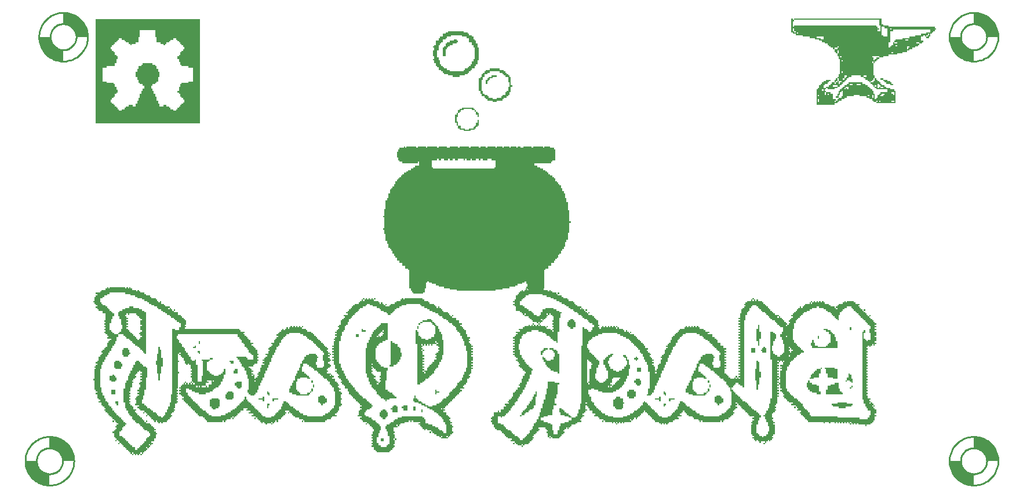
<source format=gbo>
%FSTAX24Y24*%
%MOIN*%
%SFA1B1*%

%IPPOS*%
%ADD47C,0.010000*%
%LNpcb1-1*%
%LPD*%
G36*
X156006Y091601D02*
X156246D01*
Y091521*
X156326*
Y091441*
X156406*
Y091361*
X156486*
Y091281*
X156566*
Y091201*
X156646*
Y091121*
Y091041*
Y090961*
Y090881*
Y090801*
Y090721*
X156726*
Y090641*
X156646*
Y090561*
Y090481*
Y090401*
Y090321*
X156566*
Y090241*
Y090161*
X156486*
Y090081*
X156406*
Y090001*
X156246*
Y089921*
X156166*
Y089841*
X155846*
Y089761*
X155606*
Y089841*
X155286*
Y089921*
X155206*
Y090001*
X155126*
Y090081*
X154966*
Y090161*
Y090241*
X154886*
Y090321*
Y090401*
X154806*
Y090481*
Y090561*
Y090641*
Y090721*
Y090801*
Y090881*
Y090961*
Y091041*
Y091121*
X154886*
Y091201*
X154966*
Y091281*
Y091361*
X155046*
Y091441*
X155126*
Y091521*
X155206*
Y091601*
X155446*
Y091681*
X156006*
Y091601*
G37*
G36*
X133977Y07022D02*
X133897D01*
Y0703*
X133977*
Y07022*
G37*
G36*
X163577Y07646D02*
X163497D01*
Y07654*
X163577*
Y07646*
G37*
G36*
X152057Y0707D02*
X151977D01*
Y07078*
X152057*
Y0707*
G37*
G36*
X156857Y07006D02*
X156777D01*
Y07014*
X156857*
Y07006*
G37*
G36*
X154486Y089361D02*
X154566D01*
Y089281*
X154646*
Y089201*
X154726*
Y089121*
X154806*
Y089041*
Y088961*
Y088881*
X154726*
Y088961*
Y089041*
X154646*
Y089121*
Y089201*
X154566*
Y089281*
X154406*
Y089361*
X153926*
Y089281*
X153766*
Y089201*
X153686*
Y089121*
X153606*
Y089201*
Y089281*
X153686*
Y089361*
X153846*
Y089441*
X154486*
Y089361*
G37*
G36*
X171257Y07006D02*
X171177D01*
Y07014*
X171257*
Y07006*
G37*
G36*
X144697Y07678D02*
X144617D01*
Y07686*
X144697*
Y07678*
G37*
G36*
X148377Y07118D02*
X148297D01*
Y07126*
X148377*
Y07118*
G37*
G36*
X135737Y07166D02*
X135657D01*
Y07174*
X135737*
Y07166*
G37*
G36*
X141977Y0715D02*
X141897D01*
Y07158*
X141977*
Y0715*
G37*
G36*
X143897Y07182D02*
X143817D01*
Y0719*
X143897*
Y07182*
G37*
G36*
X135577D02*
X135497D01*
Y0719*
X135577*
Y07182*
G37*
G36*
X135737Y07134D02*
X135657D01*
Y07142*
X135737*
Y07134*
G37*
G36*
X133817D02*
X133737D01*
Y07142*
X133817*
Y07134*
G37*
G36*
X161977D02*
X161897D01*
Y07142*
X161977*
Y07134*
G37*
G36*
X144697D02*
X144617D01*
Y07142*
X144697*
Y07134*
G37*
G36*
X161017Y07774D02*
X160937D01*
Y07782*
X161017*
Y07774*
G37*
G36*
X137337D02*
X137257D01*
Y07782*
X137337*
Y07774*
G37*
G36*
X183268Y070502D02*
D01*
X183453Y070487*
X183454*
X183674Y070434*
X183675*
X183885Y070347*
X183886Y070346*
X184079Y070228*
X18408Y070227*
X184253Y07008*
Y070079*
X184401Y069907*
Y069906*
X18452Y069712*
X184607Y069502*
Y069501*
X18466Y06928*
X184675Y069095*
X184674Y069093*
Y069091*
X184673*
X184672Y06909*
X18467Y069089*
X184668*
X18402*
X184018Y06909*
X184017*
X184016Y069091*
X184015Y069092*
Y069094*
X184001Y069227*
X183958Y069371*
X183887Y069503*
X183792Y069619*
X183676Y069714*
X183544Y069785*
X1834Y069828*
X183272Y069841*
X183271*
X18327Y06984*
X183268Y069839*
X183266Y06984*
X183264Y069841*
X183263Y069843*
X183262Y069844*
Y070496*
Y070497*
X183263Y070498*
X183264Y0705*
X183266Y070501*
X183268Y070502*
G37*
G36*
X177017Y07774D02*
X176937D01*
Y07782*
X177017*
Y07774*
G37*
G36*
X177337Y07742D02*
X177257D01*
Y0775*
X177337*
Y07742*
G37*
G36*
X130118Y070502D02*
X130119D01*
X130303Y070487*
X130304*
X130525Y070434*
X130526*
X130735Y070347*
X130736*
Y070346*
X13093Y070228*
Y070227*
X131103Y07008*
X131104Y070079*
X131251Y069907*
Y069906*
X13137Y069712*
X131457Y069502*
X131458Y069501*
X131511Y06928*
X131525Y069095*
Y069093*
X131524Y069091*
X131522Y06909*
X13152Y069089*
X131518*
X13087*
X130869Y06909*
X130867*
Y069091*
X130866Y069092*
X130865Y069094*
X130852Y069227*
X130808Y069371*
X130738Y069503*
X130642Y069619*
X130527Y069714*
X130394Y069785*
X130251Y069828*
X130122Y069841*
X13012Y06984*
X130118Y069839*
X130116Y06984*
X130114Y069841*
X130113Y069843*
Y069844*
Y070496*
Y070497*
X130114Y070498*
Y0705*
X130115*
X130116Y070501*
X130118Y070502*
G37*
G36*
X161177Y07758D02*
X161097D01*
Y07766*
X161177*
Y07758*
G37*
G36*
X153337Y07742D02*
X153257D01*
Y0775*
X153337*
Y07742*
G37*
G36*
X149497Y07806D02*
X149417D01*
Y07814*
X149497*
Y07806*
G37*
G36*
X158886Y087121D02*
X159126D01*
Y087041*
X159206*
Y086961*
Y086881*
Y086801*
Y086721*
Y086641*
Y086561*
Y086481*
Y086401*
X159046*
Y086321*
X158966*
Y086241*
X158006*
Y086161*
Y086081*
X158166*
Y086001*
X158326*
Y085921*
X158486*
Y085841*
X158646*
Y085761*
X158726*
Y085681*
X158806*
Y085601*
X158886*
Y085521*
X159046*
Y085441*
X159126*
Y085361*
X159206*
Y085281*
Y085201*
X159286*
Y085121*
X159366*
Y085041*
X159446*
Y084961*
X159526*
Y084881*
Y084801*
X159606*
Y084721*
Y084641*
X159686*
Y084561*
Y084481*
X159766*
Y084401*
Y084321*
Y084241*
X159846*
Y084161*
Y084081*
Y084001*
X159926*
Y083921*
Y083841*
Y083761*
Y083681*
Y083601*
Y083521*
X160006*
Y083441*
Y083361*
Y083281*
Y083201*
Y083121*
Y083041*
Y082961*
Y082881*
X160086*
Y082801*
X160006*
Y082721*
Y082641*
Y082561*
Y082481*
Y082401*
Y082321*
Y082241*
X159926*
Y082161*
Y082081*
Y082001*
Y081921*
Y081841*
X159846*
Y081761*
Y081681*
X159766*
Y081601*
Y081521*
Y081441*
X159686*
Y081361*
Y081281*
X159606*
Y081201*
X159526*
Y081121*
Y081041*
X159446*
Y080961*
X159366*
Y080881*
Y080801*
X159286*
Y080721*
X159206*
Y080641*
X159126*
Y080561*
Y080481*
X158966*
Y080401*
Y080321*
X158806*
Y080241*
Y080161*
X158646*
Y080081*
X158566*
Y080001*
Y079921*
Y079841*
Y079761*
Y079681*
Y079601*
Y079521*
Y079441*
Y079361*
Y079281*
Y079201*
Y079121*
Y079041*
X158486*
Y07902*
X158537*
Y07894*
X158777*
Y07886*
X158857*
Y07894*
X158937*
Y07886*
X159017*
Y07878*
X159257*
Y0787*
X159337*
Y07862*
X159577*
Y07854*
X159657*
Y07846*
X159897*
Y07838*
X159977*
Y0783*
X160217*
Y07822*
X160297*
Y07814*
X160377*
Y07806*
X160457*
Y07798*
X160697*
Y0779*
X160777*
Y07782*
X160857*
Y07774*
X160937*
Y07766*
X161017*
Y07758*
X161097*
Y0775*
X161337*
Y07742*
X161417*
Y07734*
X161497*
Y07726*
X161577*
Y07718*
X161657*
Y0771*
Y07702*
Y07694*
X161737*
Y07686*
X161657*
Y07678*
X161737*
Y0767*
X161817*
Y07678*
X161897*
Y07686*
X161977*
Y07678*
X162057*
Y07686*
X162137*
Y07678*
X162217*
Y07686*
X162297*
Y07678*
X162377*
Y07686*
X162457*
Y07678*
X162537*
Y07686*
X162617*
Y07678*
X162697*
Y0767*
X162777*
Y07678*
X162697*
Y07686*
X162777*
Y07678*
X162857*
Y0767*
X163097*
Y07662*
X163177*
Y07654*
X163257*
Y07662*
X163337*
Y07654*
X163417*
Y07646*
X163497*
Y07638*
X163737*
Y0763*
X163817*
Y07622*
X163897*
Y07614*
X163977*
Y07606*
X164057*
Y07598*
X164137*
Y0759*
X164217*
Y07582*
X164297*
Y07574*
X164377*
Y07566*
Y07558*
X164537*
Y0755*
X164457*
Y07542*
X164537*
Y07534*
X164617*
Y07526*
X164697*
Y07518*
X164617*
Y0751*
X164697*
Y07502*
X164777*
Y07494*
X164857*
Y07486*
X164777*
Y07478*
X164857*
Y0747*
X164777*
Y07462*
X164857*
Y07454*
X164937*
Y07446*
Y07438*
Y0743*
X165017*
Y07438*
X165097*
Y07446*
Y07454*
Y07462*
X165177*
Y0747*
X165257*
Y07478*
Y07486*
Y07494*
X165337*
Y07502*
X165257*
Y0751*
X165337*
Y07518*
X165417*
Y07526*
X165497*
Y07534*
Y07542*
Y0755*
X165577*
Y07558*
X165657*
Y07566*
X165577*
Y07574*
X165657*
Y07582*
X165737*
Y0759*
X165817*
Y07598*
Y07606*
X165897*
Y07614*
Y07622*
X165977*
Y0763*
X166057*
Y07638*
X166137*
Y07646*
X166217*
Y07654*
X166297*
Y07662*
X166377*
Y0767*
X166617*
Y07678*
X166697*
Y07686*
X166777*
Y07678*
X166857*
Y07686*
X166937*
Y07678*
X167017*
Y07686*
X167097*
Y07678*
X167177*
Y07686*
X167257*
Y07678*
X167337*
Y07686*
X167417*
Y07678*
X167497*
Y0767*
X167737*
Y07662*
X167817*
Y07654*
X168057*
Y07646*
X167977*
Y07638*
X168217*
Y0763*
Y07622*
X168377*
Y07614*
X168457*
Y07606*
X168537*
Y07598*
Y0759*
X168697*
Y07582*
Y07574*
X168857*
Y07566*
Y07558*
X169017*
Y0755*
X168937*
Y07542*
X169017*
Y07534*
X168937*
Y07526*
X169017*
Y07518*
X168937*
Y0751*
X169017*
Y07502*
X168937*
Y07494*
X169017*
Y07486*
X168937*
Y07478*
X169017*
Y0747*
X168937*
Y07462*
X169017*
Y07454*
X168937*
Y07446*
X169017*
Y07438*
X168937*
Y0743*
Y07422*
Y07414*
X169017*
Y07406*
X169097*
Y07398*
X169177*
Y0739*
X169257*
Y07382*
X169497*
Y0739*
X169577*
Y07382*
X169657*
Y0739*
X169577*
Y07398*
X169657*
Y0739*
X169737*
Y07382*
X169817*
Y0739*
X169737*
Y07398*
X169817*
Y07406*
X169737*
Y07414*
X169817*
Y07422*
X169737*
Y0743*
X169817*
Y07438*
X169737*
Y07446*
X169817*
Y07454*
X169737*
Y07462*
X169817*
Y0747*
X169737*
Y07478*
X169817*
Y07486*
X169737*
Y07494*
X169817*
Y07502*
X169737*
Y0751*
X169817*
Y07518*
X169737*
Y07526*
X169817*
Y07534*
X169737*
Y07542*
X169817*
Y0755*
X169737*
Y07558*
X169817*
Y07566*
X169737*
Y07574*
X169817*
Y07582*
X169737*
Y0759*
X169817*
Y07598*
X169737*
Y07606*
X169817*
Y07614*
X169737*
Y07622*
X169817*
Y0763*
X169737*
Y07638*
X169817*
Y07646*
X169737*
Y07654*
X169817*
Y07662*
X169737*
Y0767*
X169817*
Y07678*
X169737*
Y07686*
X169817*
Y07694*
X169737*
Y07702*
X169817*
Y0771*
X169737*
Y07718*
X169817*
Y07726*
X169737*
Y07734*
X169817*
Y07742*
Y0775*
Y07758*
X169897*
Y07766*
Y07774*
Y07782*
X169977*
Y0779*
X170057*
Y07798*
X170137*
Y07806*
X170057*
Y07814*
X170137*
Y07822*
X170217*
Y0783*
X170457*
Y07838*
X170537*
Y0783*
X170617*
Y07838*
X170537*
Y07846*
X170617*
Y07838*
X170697*
Y0783*
X170777*
Y07838*
X170857*
Y0783*
X171097*
Y07822*
X171177*
Y07814*
X171257*
Y07806*
X171337*
Y07798*
X171417*
Y0779*
X171497*
Y07782*
X171577*
Y07774*
X171657*
Y07766*
X171737*
Y07758*
X171817*
Y0775*
X172057*
Y07742*
X172137*
Y07734*
X172217*
Y07726*
X172297*
Y07718*
X172377*
Y0771*
X172457*
Y07702*
X172537*
Y07694*
X172617*
Y07702*
X172697*
Y0771*
X172617*
Y07718*
X172697*
Y07726*
X172777*
Y07734*
X172857*
Y07742*
X172777*
Y0775*
X172857*
Y07758*
X172937*
Y07766*
X173017*
Y07774*
X173097*
Y07782*
X173177*
Y0779*
X173257*
Y07798*
X173337*
Y0779*
X173417*
Y07798*
X173497*
Y07806*
X173577*
Y07814*
X173817*
Y07822*
X173897*
Y07814*
X173977*
Y07822*
X173897*
Y0783*
X173977*
Y07822*
X174057*
Y0783*
X174137*
Y07822*
X174217*
Y0783*
X174297*
Y07822*
X174377*
Y0783*
X174457*
Y07822*
X174537*
Y0783*
X174617*
Y07822*
X174697*
Y07814*
X174937*
Y07806*
X175017*
Y07798*
X175257*
Y0779*
X175337*
Y07782*
X175417*
Y0779*
X175337*
Y07798*
X175417*
Y07806*
X175497*
Y07814*
X175737*
Y07822*
X175817*
Y0783*
X175897*
Y07822*
X175977*
Y0783*
X176377*
Y07822*
X176457*
Y07814*
X176697*
Y07806*
X176617*
Y07798*
X176697*
Y0779*
X176777*
Y07782*
X176857*
Y07774*
X176937*
Y07766*
X177017*
Y07758*
X177097*
Y0775*
X177177*
Y07742*
X177257*
Y07734*
X177337*
Y07726*
X177417*
Y07718*
X177497*
Y0771*
X177577*
Y07702*
X177657*
Y07694*
X177577*
Y07686*
X177657*
Y07678*
X177577*
Y0767*
X177657*
Y07662*
X177577*
Y07654*
X177657*
Y07646*
Y07638*
Y0763*
X177577*
Y07622*
X177657*
Y07614*
Y07606*
Y07598*
X177577*
Y0759*
X177657*
Y07582*
X177577*
Y07574*
X177497*
Y07582*
X177417*
Y07574*
X177337*
Y07566*
X177257*
Y07574*
X177177*
Y07566*
X177097*
Y07558*
X177177*
Y0755*
X177097*
Y07542*
X177177*
Y07534*
X177097*
Y07526*
X177177*
Y07518*
X177097*
Y0751*
X177177*
Y07502*
X177097*
Y07494*
X177177*
Y07486*
X177097*
Y07478*
X177177*
Y0747*
X177097*
Y07462*
X177177*
Y07454*
X177097*
Y07446*
X177177*
Y07438*
X177097*
Y0743*
X177177*
Y07422*
X177097*
Y07414*
X177177*
Y07406*
X177097*
Y07398*
X177177*
Y0739*
X177097*
Y07382*
X177177*
Y07374*
X177097*
Y07366*
X177177*
Y07358*
X177097*
Y0735*
X177177*
Y07342*
X177097*
Y07334*
X177177*
Y07326*
X177097*
Y07318*
X177177*
Y0731*
X177097*
Y07302*
X177177*
Y07294*
X177097*
Y07286*
X177177*
Y07278*
Y0727*
X177337*
Y07262*
X177257*
Y07254*
X177337*
Y07246*
X177417*
Y07238*
X177497*
Y0723*
X177577*
Y07222*
X177497*
Y0723*
X177417*
Y07222*
X177497*
Y07214*
X177577*
Y07206*
X177657*
Y07198*
Y0719*
Y07182*
X177577*
Y07174*
X177657*
Y07166*
X177577*
Y07158*
Y0715*
Y07142*
X177497*
Y07134*
X177417*
Y07126*
X177337*
Y07118*
X177097*
Y0711*
X177017*
Y07118*
X176617*
Y07126*
X176537*
Y07118*
X176457*
Y07126*
X176377*
Y07118*
X176297*
Y07126*
X176217*
Y07134*
X176137*
Y07126*
X176217*
Y07118*
X176137*
Y07126*
X176057*
Y07134*
X175977*
Y07126*
X175897*
Y07134*
X175817*
Y07126*
X175737*
Y07134*
X175657*
Y07126*
X175577*
Y07134*
X175497*
Y07126*
X175417*
Y07134*
X175337*
Y07126*
X175257*
Y07134*
X175017*
Y07126*
X174937*
Y07134*
X174697*
Y07126*
X174617*
Y07134*
X173737*
Y07142*
X173657*
Y0715*
X173577*
Y07158*
X173497*
Y07166*
X173417*
Y07174*
X173337*
Y07182*
X173257*
Y0719*
X173337*
Y07198*
X173097*
Y07206*
X173177*
Y07214*
X173097*
Y07222*
X173017*
Y0723*
X172777*
Y07238*
X172857*
Y07246*
X172617*
Y07254*
X172537*
Y07262*
X172457*
Y0727*
X172377*
Y07278*
X172297*
Y07286*
X172377*
Y07294*
X172297*
Y07302*
X172217*
Y0731*
X172137*
Y07318*
X172217*
Y07326*
X172137*
Y07334*
Y07342*
Y0735*
X172057*
Y07358*
X171977*
Y0735*
X172057*
Y07342*
X171977*
Y07334*
X172057*
Y07326*
X171977*
Y07318*
X172057*
Y0731*
X171977*
Y07302*
X172057*
Y07294*
X171977*
Y07286*
X172057*
Y07278*
X171977*
Y0727*
Y07262*
Y07254*
Y07246*
Y07238*
X171897*
Y0723*
X171817*
Y07222*
X171897*
Y07214*
X171817*
Y07206*
X171897*
Y07198*
X171817*
Y0719*
X171737*
Y07182*
X171657*
Y07174*
Y07166*
Y07158*
X171737*
Y0715*
X171657*
Y07142*
X171737*
Y07134*
X171817*
Y07126*
X171737*
Y07118*
X171817*
Y0711*
Y07102*
Y07094*
Y07086*
Y07078*
Y0707*
Y07062*
X171737*
Y07054*
X171657*
Y07046*
X171737*
Y07038*
X171657*
Y0703*
X171577*
Y07022*
X171497*
Y0703*
X171417*
Y07022*
X171337*
Y07014*
X171257*
Y07022*
X171017*
Y07014*
X170937*
Y07022*
X170857*
Y0703*
X170777*
Y07022*
X170697*
Y0703*
X170617*
Y07038*
X170537*
Y07046*
X170617*
Y07054*
X170537*
Y07062*
X170457*
Y0707*
Y07078*
Y07086*
Y07094*
Y07102*
Y0711*
Y07118*
X170537*
Y07126*
X170457*
Y07134*
X170537*
Y07142*
X170617*
Y0715*
X170537*
Y07158*
X170617*
Y07166*
X170377*
Y07174*
X170297*
Y07182*
X170217*
Y0719*
X170137*
Y07198*
X170057*
Y07206*
X169977*
Y07214*
X169897*
Y07222*
X169817*
Y0723*
X169737*
Y07238*
X169657*
Y07246*
X169577*
Y07238*
X169657*
Y0723*
X169577*
Y07222*
X169657*
Y07214*
X169577*
Y07206*
X169497*
Y07198*
X169417*
Y0719*
X169497*
Y07182*
X169417*
Y07174*
X169337*
Y07166*
X169257*
Y07158*
X169177*
Y0715*
X168937*
Y07142*
X168857*
Y07134*
X168777*
Y07142*
X168697*
Y07134*
X167657*
Y07142*
X167577*
Y07134*
X167497*
Y07142*
X167417*
Y0715*
X167177*
Y07158*
X167097*
Y07166*
X166857*
Y07174*
X166777*
Y07182*
X166697*
Y0719*
X166617*
Y07198*
X166537*
Y0719*
X166457*
Y07182*
X166377*
Y07174*
X166457*
Y07166*
X166217*
Y07158*
X166297*
Y0715*
X166057*
Y07142*
X165977*
Y07134*
X165737*
Y07126*
X165657*
Y07118*
X165577*
Y07126*
X165497*
Y07118*
X165417*
Y07126*
X165337*
Y07118*
X165257*
Y07126*
X165177*
Y07134*
X164937*
Y07142*
X164857*
Y0715*
X164777*
Y07158*
X164697*
Y07166*
X164617*
Y07174*
X164537*
Y07182*
X164457*
Y0719*
X164377*
Y07198*
X164297*
Y0719*
X164217*
Y07182*
X164137*
Y07174*
X164057*
Y07166*
X163977*
Y07158*
X163897*
Y0715*
X163817*
Y07158*
X163737*
Y0715*
X163657*
Y07142*
X163577*
Y0715*
X163497*
Y07142*
X163577*
Y07134*
X163177*
Y07126*
X163097*
Y07134*
X163017*
Y07126*
X162937*
Y07134*
X162857*
Y07126*
X162777*
Y07134*
X162697*
Y07126*
X162777*
Y07118*
X162697*
Y07126*
X162617*
Y07134*
X162537*
Y07126*
X162457*
Y07134*
X162057*
Y07142*
X161977*
Y0715*
X161737*
Y07158*
X161657*
Y07166*
X161417*
Y07174*
X161497*
Y07182*
X161337*
Y0719*
Y07198*
X161177*
Y07206*
Y07214*
X161097*
Y07222*
X161017*
Y0723*
X160937*
Y07222*
Y07214*
Y07206*
X161017*
Y07198*
X160937*
Y0719*
X160857*
Y07182*
X160777*
Y07174*
X160857*
Y07166*
X160777*
Y07158*
X160697*
Y0715*
X160617*
Y07142*
X160697*
Y07134*
X160457*
Y07126*
X160377*
Y07118*
X160137*
Y0711*
X160057*
Y07102*
X159977*
Y07094*
X159897*
Y07102*
X159817*
Y07094*
X159737*
Y07086*
X159657*
Y07078*
X159737*
Y0707*
X159657*
Y07062*
X159577*
Y07054*
X159497*
Y07046*
X159417*
Y07038*
X159017*
Y07046*
X158937*
Y07054*
X158857*
Y07046*
X158937*
Y07038*
X158857*
Y07046*
X158777*
Y07054*
Y07062*
Y0707*
X158697*
Y07078*
X158777*
Y07086*
X158697*
Y07094*
X158617*
Y07102*
X158217*
Y07094*
X158297*
Y07086*
X158217*
Y07078*
X158137*
Y0707*
X158057*
Y07062*
X157977*
Y07054*
X157897*
Y07046*
X157977*
Y07038*
X157897*
Y0703*
X157817*
Y07022*
X157737*
Y07014*
X157657*
Y07006*
X157417*
Y06998*
X157337*
Y07006*
X157257*
Y06998*
X157337*
Y0699*
X157257*
Y06998*
X157017*
Y07006*
X156937*
Y07014*
X156857*
Y07022*
X156617*
Y0703*
X156697*
Y07038*
X156457*
Y07046*
X156377*
Y07054*
X156297*
Y07062*
X156217*
Y0707*
X156137*
Y07078*
X156057*
Y07086*
X155817*
Y07094*
X155737*
Y07102*
X155657*
Y0711*
Y07118*
X155577*
Y07126*
Y07134*
X155497*
Y07142*
X155577*
Y0715*
X155497*
Y07158*
X155577*
Y07166*
X155657*
Y07174*
Y07182*
Y0719*
X155897*
Y07198*
X155977*
Y0719*
X156057*
Y07198*
Y07206*
X156217*
Y07214*
Y07222*
X156377*
Y0723*
X156297*
Y07238*
X156537*
Y07246*
X156457*
Y07254*
X156537*
Y07262*
X156617*
Y0727*
X156697*
Y07278*
X156777*
Y07286*
Y07294*
Y07302*
X156857*
Y0731*
X156937*
Y07318*
X157017*
Y07326*
Y07334*
X157177*
Y07342*
X157097*
Y0735*
X157177*
Y07358*
X157257*
Y07366*
Y07374*
Y07382*
X157337*
Y0739*
Y07398*
X157417*
Y07406*
Y07414*
X157497*
Y07422*
X157417*
Y0743*
X157337*
Y07438*
X157257*
Y07446*
X157177*
Y07454*
X157097*
Y07462*
X157177*
Y0747*
X157097*
Y07478*
X157017*
Y07486*
X156937*
Y07494*
X157017*
Y07502*
X156937*
Y0751*
X156857*
Y07518*
X156777*
Y07526*
X156857*
Y07534*
X156777*
Y07542*
X156857*
Y0755*
X156777*
Y07558*
X156857*
Y07566*
X156777*
Y07574*
X156857*
Y07582*
X156777*
Y0759*
X156857*
Y07598*
X156777*
Y07606*
X156857*
Y07614*
X156777*
Y07622*
X156857*
Y0763*
X156937*
Y07638*
X157017*
Y07646*
X156937*
Y07654*
X157177*
Y07662*
X157097*
Y0767*
X157337*
Y07678*
X157417*
Y07686*
X157657*
Y07694*
X157737*
Y07686*
X157817*
Y07694*
X157897*
Y07686*
X157977*
Y07694*
X157897*
Y07702*
X157977*
Y07694*
X158057*
Y07686*
X158137*
Y07694*
X158217*
Y07686*
X158297*
Y07694*
X158217*
Y07702*
X158137*
Y0771*
X157897*
Y07718*
X157817*
Y07726*
X157737*
Y07734*
X157657*
Y07742*
X157417*
Y0775*
X157337*
Y07758*
X157257*
Y07766*
X157177*
Y07774*
X156937*
Y07782*
Y0779*
Y07798*
X156857*
Y07806*
X156777*
Y07814*
X156857*
Y07822*
X156777*
Y0783*
X156857*
Y07838*
X156937*
Y07846*
Y07854*
Y07862*
X157017*
Y0787*
X157097*
Y07878*
X157177*
Y07886*
X157257*
Y07894*
X157337*
Y07886*
X157417*
Y07894*
X157497*
Y07902*
X157577*
Y07894*
X157657*
Y078961*
X157606*
Y079041*
X157526*
Y079121*
X157606*
Y079201*
Y079281*
X157526*
Y079361*
Y079441*
X157446*
Y079361*
X157286*
Y079281*
X157046*
Y079201*
X156886*
Y079121*
X156566*
Y079041*
X156166*
Y078961*
X155766*
Y078881*
X153526*
Y078961*
X153126*
Y079041*
X152806*
Y079121*
X152486*
Y079201*
X152326*
Y079281*
X152086*
Y079361*
X151926*
Y079441*
X151846*
Y079361*
X151766*
Y079281*
Y079201*
Y079121*
Y079041*
X151686*
Y078961*
Y078881*
Y078801*
X151606*
Y078721*
X151046*
Y078801*
X150966*
Y078881*
X150886*
Y078961*
Y079041*
X150806*
Y079121*
Y079201*
Y079281*
Y079361*
Y079441*
Y079521*
Y079601*
Y079681*
Y079761*
Y079841*
Y079921*
Y080001*
Y080081*
X150726*
Y080161*
X150566*
Y080241*
Y080321*
X150406*
Y080401*
Y080481*
X150246*
Y080561*
Y080641*
X150086*
Y080721*
Y080801*
X150006*
Y080881*
X149926*
Y080961*
Y081041*
X149846*
Y081121*
Y081201*
X149766*
Y081281*
X149686*
Y081361*
X149606*
Y081441*
Y081521*
Y081601*
X149526*
Y081681*
Y081761*
X149446*
Y081841*
Y081921*
Y082001*
Y082081*
Y082161*
X149366*
Y082241*
Y082321*
Y082401*
X149286*
Y082481*
X149366*
Y082561*
Y082641*
Y082721*
Y082801*
Y082881*
Y082961*
Y083041*
Y083121*
X149286*
Y083201*
X149366*
Y083281*
Y083361*
Y083441*
Y083521*
Y083601*
X149446*
Y083681*
Y083761*
Y083841*
Y083921*
Y084001*
Y084081*
X149526*
Y084161*
Y084241*
X149606*
Y084321*
Y084401*
Y084481*
X149686*
Y084561*
Y084641*
Y084721*
X149766*
Y084801*
X149846*
Y084881*
X149926*
Y084961*
Y085041*
X150006*
Y085121*
Y085201*
X150086*
Y085281*
X150166*
Y085361*
X150246*
Y085441*
X150326*
Y085521*
X150406*
Y085601*
X150486*
Y085681*
X150646*
Y085761*
X150726*
Y085841*
X150886*
Y085921*
X151046*
Y086001*
X151126*
Y086081*
X151366*
Y086161*
Y086241*
Y086321*
X151286*
Y086241*
X150406*
Y086321*
X150246*
Y086401*
X150166*
Y086481*
Y086561*
X150086*
Y086641*
Y086721*
Y086801*
Y086881*
X150166*
Y086961*
Y087041*
X150246*
Y087121*
X150486*
Y087201*
X150566*
Y087121*
X150646*
Y087201*
X151206*
Y087121*
X151286*
Y087201*
X151766*
Y087121*
X151846*
Y087201*
X152406*
Y087121*
X152486*
Y087201*
X152966*
Y087121*
X153126*
Y087201*
X153606*
Y087121*
X153686*
Y087201*
X154246*
Y087121*
X154326*
Y087201*
X154806*
Y087121*
X154886*
Y087201*
X155206*
Y087121*
X155286*
Y087201*
X155766*
Y087121*
X155846*
Y087201*
X156166*
Y087121*
X156246*
Y087201*
X156566*
Y087121*
X156646*
Y087201*
X156966*
Y087121*
X157046*
Y087201*
X157206*
Y087121*
X157366*
Y087201*
X157846*
Y087121*
X157926*
Y087201*
X158486*
Y087121*
X158566*
Y087201*
X158886*
Y087121*
G37*
G36*
X134137Y07006D02*
X134057D01*
Y07014*
X134137*
Y07006*
G37*
G36*
X13875Y094463D02*
Y094383D01*
Y094303*
Y094223*
Y094143*
Y094063*
Y093983*
Y093903*
Y093823*
Y093743*
Y093663*
Y093583*
Y093503*
Y093423*
Y093343*
Y093263*
Y093183*
Y093103*
Y093023*
Y092943*
Y092863*
Y092783*
Y092703*
Y092623*
Y092543*
Y092463*
Y092383*
Y092303*
Y092223*
Y092143*
Y092063*
Y091983*
Y091903*
Y091823*
Y091743*
Y091663*
Y091583*
Y091503*
Y091423*
Y091343*
Y091263*
Y091183*
Y091103*
Y091023*
Y090943*
Y090863*
Y090783*
Y090703*
Y090623*
Y090543*
Y090463*
Y090383*
Y090303*
Y090223*
Y090143*
Y090063*
Y089983*
Y089903*
Y089823*
Y089743*
Y089663*
Y089583*
Y089503*
Y089423*
Y089343*
Y089263*
Y089183*
Y089103*
Y089023*
Y088943*
Y088863*
Y088783*
Y088703*
Y088623*
Y088543*
X13275*
Y088623*
Y088703*
Y088783*
Y088863*
Y088943*
Y089023*
Y089103*
Y089183*
Y089263*
Y089343*
Y089423*
Y089503*
Y089583*
Y089663*
Y089743*
Y089823*
Y089903*
Y089983*
Y090063*
Y090143*
Y090223*
Y090303*
Y090383*
Y090463*
Y090543*
Y090623*
Y090703*
Y090783*
Y090863*
Y090943*
Y091023*
Y091103*
Y091183*
Y091263*
Y091343*
Y091423*
Y091503*
Y091583*
Y091663*
Y091743*
Y091823*
Y091903*
Y091983*
Y092063*
Y092143*
Y092223*
Y092303*
Y092383*
Y092463*
Y092543*
Y092623*
Y092703*
Y092783*
Y092863*
Y092943*
Y093023*
Y093103*
Y093183*
Y093263*
Y093343*
Y093423*
Y093503*
Y093583*
Y093663*
Y093743*
Y093823*
Y093903*
Y093983*
Y094063*
Y094143*
Y094223*
Y094303*
Y094383*
Y094463*
Y094543*
X13875*
Y094463*
G37*
G36*
X153606Y089041D02*
Y088961D01*
Y088881*
X153526*
Y088801*
Y088721*
Y088641*
X153606*
Y088561*
Y088481*
Y088401*
X153766*
Y088321*
Y088241*
X154006*
Y088161*
X154246*
Y088241*
X154486*
Y088321*
X154566*
Y088401*
X154646*
Y088481*
Y088561*
X154726*
Y088641*
Y088721*
X154806*
Y088641*
Y088561*
Y088481*
Y088401*
X154726*
Y088321*
X154646*
Y088241*
X154566*
Y088161*
X154326*
Y088081*
X153926*
Y088161*
X153686*
Y088241*
X153606*
Y088321*
Y088401*
X153526*
Y088481*
Y088561*
X153446*
Y088641*
Y088721*
Y088801*
Y088881*
Y088961*
Y089041*
X153526*
Y089121*
X153606*
Y089041*
G37*
G36*
X151577Y07838D02*
X151657D01*
Y0783*
X151897*
Y07822*
X151977*
Y07814*
X152217*
Y07806*
X152297*
Y07798*
X152377*
Y0779*
X152457*
Y07798*
X152537*
Y0779*
X152617*
Y07782*
X152697*
Y07774*
X152777*
Y07766*
X153017*
Y07758*
X153097*
Y0775*
X153177*
Y07742*
X153257*
Y07734*
X153497*
Y07726*
Y07718*
X153657*
Y0771*
Y07702*
X153817*
Y07694*
X153737*
Y07686*
X153817*
Y07678*
X153897*
Y0767*
X153977*
Y07662*
X154057*
Y07654*
Y07646*
Y07638*
X154137*
Y0763*
Y07622*
X154297*
Y07614*
X154217*
Y07606*
X154297*
Y07598*
X154217*
Y0759*
X154297*
Y07582*
X154377*
Y07574*
X154457*
Y07566*
X154377*
Y07558*
X154457*
Y0755*
X154377*
Y07542*
X154457*
Y07534*
X154377*
Y07526*
X154457*
Y07518*
X154377*
Y0751*
X154457*
Y07502*
Y07494*
Y07486*
X154377*
Y07478*
X154457*
Y0747*
X154377*
Y07462*
X154457*
Y07454*
X154377*
Y07446*
X154457*
Y07438*
X154377*
Y0743*
Y07422*
Y07414*
X154297*
Y07406*
X154217*
Y07398*
X154297*
Y0739*
X154217*
Y07382*
X154137*
Y07374*
Y07366*
Y07358*
X154057*
Y0735*
X153977*
Y07342*
X153897*
Y07334*
X153977*
Y07326*
X153737*
Y07318*
X153817*
Y0731*
X153737*
Y07302*
X153657*
Y07294*
X153577*
Y07286*
X153497*
Y07278*
X153417*
Y0727*
X153337*
Y07262*
X153257*
Y07254*
X153177*
Y07246*
X153097*
Y07238*
X153017*
Y0723*
X152937*
Y07222*
X152857*
Y07214*
X152777*
Y07206*
X152857*
Y07198*
X152777*
Y0719*
X152937*
Y07182*
Y07174*
X153017*
Y07166*
X153097*
Y07158*
X153177*
Y0715*
X153097*
Y07142*
X153177*
Y07134*
X153257*
Y07126*
X153177*
Y07118*
X153257*
Y0711*
X153337*
Y07102*
X153257*
Y07094*
Y07086*
Y07078*
X153337*
Y0707*
X153257*
Y07062*
X153177*
Y07054*
X153097*
Y07046*
X153017*
Y07054*
X152937*
Y07046*
X153017*
Y07038*
X152617*
Y07046*
X152537*
Y07054*
X152377*
Y07062*
X152217*
Y0707*
X152137*
Y07078*
X152057*
Y07086*
X151817*
Y07094*
X151737*
Y07086*
X151657*
Y07094*
X151577*
Y07102*
X151497*
Y0711*
X151417*
Y07118*
X151337*
Y07126*
X151417*
Y07134*
X151017*
Y07142*
X150937*
Y07134*
X150857*
Y07142*
X150777*
Y07134*
X150537*
Y07126*
X150297*
Y07118*
X150217*
Y0711*
X150137*
Y07118*
X150057*
Y0711*
X150137*
Y07102*
X149897*
Y07094*
Y07086*
Y07078*
X149977*
Y0707*
X149897*
Y07062*
X149977*
Y07054*
Y07046*
Y07038*
X150057*
Y0703*
X149977*
Y07038*
X149897*
Y0703*
X149977*
Y07022*
Y07014*
Y07006*
X149897*
Y06998*
X149977*
Y0699*
X149897*
Y06982*
X149817*
Y06974*
X149737*
Y06966*
X149657*
Y06958*
X148937*
Y06966*
X148857*
Y06974*
X148777*
Y06982*
Y0699*
X148617*
Y06998*
X148697*
Y07006*
X148617*
Y07014*
X148697*
Y07022*
X148617*
Y0703*
X148697*
Y07038*
X148617*
Y07046*
X148697*
Y07054*
X148617*
Y07062*
X148697*
Y0707*
Y07078*
X148777*
Y07086*
Y07094*
X148697*
Y07102*
X148617*
Y0711*
X148537*
Y07118*
X148457*
Y07126*
X148377*
Y07134*
X148137*
Y07142*
X148057*
Y0715*
X147977*
Y07158*
X148057*
Y07166*
X147817*
Y07174*
X147897*
Y07182*
Y0719*
Y07198*
X147977*
Y07206*
X148057*
Y07214*
X147977*
Y07222*
X148057*
Y0723*
X147977*
Y07238*
X147897*
Y07246*
X147817*
Y07254*
X147737*
Y07262*
X147657*
Y0727*
X147577*
Y07278*
X147497*
Y07286*
X147417*
Y07294*
X147337*
Y07302*
Y0731*
X147257*
Y07318*
Y07326*
X147097*
Y07334*
Y07342*
X147017*
Y0735*
X146937*
Y07358*
X146857*
Y07366*
X146937*
Y07374*
X146857*
Y07382*
X146777*
Y0739*
X146697*
Y07398*
X146777*
Y07406*
X146697*
Y07414*
X146617*
Y07422*
X146537*
Y0743*
X146617*
Y07438*
X146537*
Y07446*
Y07454*
Y07462*
X146457*
Y0747*
Y07478*
Y07486*
X146377*
Y07494*
X146457*
Y07502*
X146377*
Y0751*
X146457*
Y07518*
X146377*
Y07526*
X146457*
Y07534*
X146377*
Y07542*
X146457*
Y0755*
X146377*
Y07558*
X146457*
Y07566*
X146377*
Y07574*
X146457*
Y07582*
Y0759*
Y07598*
X146537*
Y07606*
X146457*
Y07614*
X146537*
Y07622*
X146617*
Y0763*
X146537*
Y07638*
X146617*
Y07646*
X146537*
Y07654*
X146617*
Y07662*
X146697*
Y0767*
X146777*
Y07678*
X146697*
Y07686*
X146777*
Y07694*
X146857*
Y07702*
Y0771*
Y07718*
X146937*
Y07726*
X147017*
Y07734*
X147097*
Y07742*
X147017*
Y0775*
X147257*
Y07758*
X147177*
Y07766*
X147257*
Y07774*
X147337*
Y07782*
X147417*
Y0779*
X147497*
Y07798*
X147577*
Y07806*
X147657*
Y07814*
X147897*
Y07822*
X147977*
Y0783*
X148057*
Y07838*
X148137*
Y0783*
X148217*
Y07838*
X148137*
Y07846*
X148217*
Y07838*
X148297*
Y07846*
X148377*
Y07838*
X148457*
Y07846*
X148537*
Y07838*
X148617*
Y07846*
X148697*
Y07838*
X148777*
Y0783*
X149017*
Y07822*
X149097*
Y07814*
X149177*
Y07822*
X149257*
Y07814*
X149337*
Y07806*
X149417*
Y07798*
X149657*
Y07806*
X149737*
Y07814*
X149977*
Y07822*
X150057*
Y0783*
X150297*
Y07838*
X150377*
Y07846*
X150457*
Y07838*
X150537*
Y07846*
X151577*
Y07838*
G37*
G36*
X148857D02*
X148777D01*
Y07846*
X148857*
Y07838*
G37*
G36*
X134777Y07902D02*
X134857D01*
Y07894*
X135097*
Y07886*
X135177*
Y07894*
X135257*
Y07886*
X135337*
Y07878*
X135577*
Y0787*
X135657*
Y07862*
X135897*
Y07854*
X135977*
Y07846*
X136217*
Y07838*
X136297*
Y0783*
X136377*
Y07822*
X136457*
Y0783*
X136537*
Y07822*
Y07814*
X136697*
Y07806*
X136777*
Y07798*
X137017*
Y0779*
X137097*
Y07782*
X137177*
Y07774*
X137257*
Y07766*
X137497*
Y07758*
Y0775*
X137657*
Y07742*
X137737*
Y07734*
X137817*
Y07726*
X137897*
Y07718*
X137977*
Y0771*
Y07702*
Y07694*
X137897*
Y07686*
X137977*
Y07678*
X137897*
Y0767*
X141017*
Y07662*
X141097*
Y07654*
X141337*
Y07646*
X141257*
Y07638*
X141337*
Y0763*
X141417*
Y07622*
X141497*
Y07614*
X141577*
Y07606*
X141657*
Y07598*
Y0759*
X141817*
Y07582*
X141737*
Y07574*
X141817*
Y07566*
X141897*
Y07558*
X141977*
Y0755*
X142057*
Y07542*
Y07534*
Y07526*
X142137*
Y07518*
X142057*
Y0751*
X142137*
Y07502*
X142057*
Y07494*
X142137*
Y07486*
X142057*
Y07478*
Y0747*
X141897*
Y07462*
X141817*
Y07454*
X141577*
Y07446*
X141657*
Y07438*
X141737*
Y0743*
X141817*
Y07422*
X141737*
Y07414*
X141817*
Y07406*
X141897*
Y07398*
Y0739*
Y07382*
X141977*
Y0739*
X142057*
Y07398*
X142137*
Y07406*
X142057*
Y07414*
X142137*
Y07422*
X142217*
Y0743*
Y07438*
Y07446*
X142297*
Y07454*
Y07462*
X142457*
Y0747*
X142377*
Y07478*
X142457*
Y07486*
X142377*
Y07494*
X142457*
Y07502*
X142537*
Y0751*
X142617*
Y07518*
X142537*
Y07526*
X142697*
Y07534*
Y07542*
X142777*
Y0755*
X142697*
Y07558*
X142777*
Y07566*
X142857*
Y07574*
X142937*
Y07582*
X142857*
Y0759*
X143017*
Y07598*
Y07606*
X143097*
Y07614*
X143177*
Y07622*
X143257*
Y0763*
X143177*
Y07638*
X143257*
Y07646*
X143337*
Y07654*
X143417*
Y07662*
X143497*
Y0767*
X143577*
Y07662*
X143657*
Y0767*
X143737*
Y07678*
X143817*
Y0767*
X143897*
Y07678*
X143977*
Y07686*
X144057*
Y07678*
X144137*
Y07686*
X144217*
Y07678*
X144297*
Y07686*
X144377*
Y07678*
X144457*
Y07686*
X144537*
Y07678*
X144617*
Y0767*
X144857*
Y07662*
X144937*
Y07654*
X145177*
Y07646*
X145257*
Y07638*
X145337*
Y0763*
X145417*
Y07622*
X145497*
Y07614*
X145577*
Y07606*
X145657*
Y07598*
X145737*
Y0759*
X145817*
Y07582*
X145897*
Y07574*
X145977*
Y07566*
X146057*
Y07558*
X146137*
Y0755*
X146057*
Y07542*
X146137*
Y07534*
X146217*
Y07526*
X146297*
Y07518*
X146217*
Y07526*
X146137*
Y07518*
X146217*
Y0751*
X146137*
Y07502*
X146217*
Y07494*
X146297*
Y07486*
X146217*
Y07478*
X146137*
Y0747*
X146217*
Y07462*
X146297*
Y07454*
X146217*
Y07446*
X146137*
Y07438*
X146057*
Y0743*
X146137*
Y07422*
X146057*
Y07414*
X146297*
Y07406*
X146377*
Y07398*
X146457*
Y0739*
X146377*
Y07382*
X146537*
Y07374*
Y07366*
X146617*
Y07358*
X146697*
Y0735*
X146777*
Y07342*
X146697*
Y07334*
X146777*
Y07326*
X146857*
Y07318*
X146777*
Y0731*
X146857*
Y07302*
X146937*
Y07294*
X146857*
Y07286*
Y07278*
Y0727*
X146937*
Y07262*
X146857*
Y07254*
Y07246*
Y07238*
X146937*
Y0723*
X146857*
Y07222*
X146777*
Y07214*
Y07206*
Y07198*
X146697*
Y0719*
X146617*
Y07182*
X146537*
Y07174*
X146617*
Y07166*
X146377*
Y07158*
X146297*
Y0715*
X146057*
Y07142*
X145977*
Y07134*
X144777*
Y07142*
X144697*
Y0715*
X144457*
Y07158*
X144217*
Y07166*
X144137*
Y07174*
X144057*
Y07182*
X143977*
Y0719*
X143897*
Y07198*
X143657*
Y0719*
X143737*
Y07182*
X143657*
Y07174*
X143577*
Y07166*
X143497*
Y07158*
X143417*
Y0715*
X143257*
Y07142*
Y07134*
X143177*
Y07142*
X143097*
Y07134*
X143017*
Y07126*
X142937*
Y07134*
X142857*
Y07126*
X142937*
Y07118*
X142857*
Y07126*
X142617*
Y07118*
X142537*
Y07126*
X142457*
Y07134*
X142377*
Y07126*
X142297*
Y07134*
X142217*
Y07142*
X142137*
Y0715*
X142057*
Y07158*
X141977*
Y07166*
X141737*
Y07174*
X141817*
Y07182*
X141577*
Y0719*
X141657*
Y07198*
X141417*
Y07206*
X141497*
Y07214*
X141257*
Y07206*
Y07198*
X141097*
Y0719*
X141017*
Y07182*
X140937*
Y07174*
X140857*
Y07166*
X140777*
Y07158*
X140697*
Y07166*
X140617*
Y07158*
X140697*
Y0715*
X140617*
Y07158*
X140537*
Y0715*
X140297*
Y07142*
X140217*
Y07134*
X140137*
Y07142*
X140057*
Y07134*
X139177*
Y07142*
X139097*
Y0715*
X139017*
Y07158*
X138937*
Y07166*
X138697*
Y07174*
X138617*
Y07182*
X138537*
Y0719*
X138457*
Y07198*
X138377*
Y07206*
X138297*
Y07214*
X138217*
Y07222*
X138137*
Y0723*
X138057*
Y07238*
X137977*
Y07246*
X137897*
Y07254*
X137817*
Y07262*
X137737*
Y0727*
X137817*
Y07278*
X137737*
Y07286*
X137657*
Y07294*
X137577*
Y07302*
X137657*
Y0731*
X137577*
Y07318*
X137657*
Y07326*
X137577*
Y07334*
X137657*
Y07342*
X137737*
Y0735*
X137817*
Y07358*
X137897*
Y0735*
X137977*
Y07358*
X137897*
Y07366*
X137977*
Y07358*
X138057*
Y0735*
X138137*
Y07358*
X138217*
Y0735*
X138297*
Y07358*
X138217*
Y07366*
X138297*
Y07358*
X138377*
Y0735*
X138457*
Y07358*
X138377*
Y07366*
X138297*
Y07374*
Y07382*
Y0739*
X138217*
Y07398*
X138297*
Y07406*
X138217*
Y07414*
X138297*
Y07422*
X138217*
Y0743*
X138297*
Y07438*
X138217*
Y07446*
Y07454*
Y07462*
X138137*
Y0747*
X138057*
Y07462*
X137977*
Y0747*
X137897*
Y07478*
Y07486*
X137817*
Y07494*
Y07502*
X137737*
Y0751*
X137657*
Y07518*
X137577*
Y07526*
X137497*
Y07518*
Y0751*
Y07502*
Y07494*
Y07486*
X137577*
Y07478*
X137497*
Y0747*
Y07462*
Y07454*
Y07446*
Y07438*
Y0743*
Y07422*
X137577*
Y07414*
X137497*
Y07406*
Y07398*
Y0739*
Y07382*
Y07374*
Y07366*
Y07358*
Y0735*
Y07342*
Y07334*
Y07326*
X137417*
Y07318*
X137497*
Y0731*
X137417*
Y07302*
X137497*
Y07294*
X137417*
Y07286*
X137497*
Y07278*
X137417*
Y0727*
X137497*
Y07262*
X137417*
Y07254*
X137497*
Y07246*
X137417*
Y07238*
X137337*
Y0723*
Y07222*
Y07214*
X137257*
Y07206*
X137337*
Y07198*
X137257*
Y0719*
X137177*
Y07182*
X137097*
Y07174*
X137177*
Y07166*
X137097*
Y07158*
X137017*
Y0715*
X136937*
Y07142*
X136857*
Y07134*
X136617*
Y07126*
X136537*
Y07134*
X136457*
Y07126*
X136377*
Y07134*
X136297*
Y07142*
X136217*
Y07134*
X136137*
Y07142*
X136057*
Y0715*
X135977*
Y07158*
X135897*
Y07166*
X135817*
Y07174*
X135737*
Y07182*
X135657*
Y0719*
X135577*
Y07198*
X135337*
Y07206*
X135257*
Y07214*
X135177*
Y07222*
X135257*
Y0723*
X135017*
Y07238*
X135097*
Y07246*
Y07254*
Y07262*
X135017*
Y0727*
X135097*
Y07278*
X135177*
Y07286*
X135257*
Y07294*
X135177*
Y07302*
X135257*
Y0731*
X135177*
Y07318*
X135257*
Y07326*
Y07334*
X135337*
Y07342*
Y0735*
X135257*
Y07358*
X135337*
Y07366*
X135417*
Y07374*
X135337*
Y07382*
X135417*
Y0739*
X135337*
Y07398*
X135417*
Y07406*
X135337*
Y07414*
X135417*
Y07422*
X135337*
Y0743*
X135257*
Y07422*
X135177*
Y07414*
X135097*
Y07406*
X135017*
Y07398*
X135097*
Y0739*
X135017*
Y07382*
X134937*
Y07374*
X134857*
Y07366*
X134937*
Y07358*
X134857*
Y0735*
Y07342*
Y07334*
X134777*
Y07326*
Y07318*
Y0731*
X134697*
Y07302*
X134777*
Y07294*
X134697*
Y07286*
X134777*
Y07278*
X134697*
Y0727*
X134777*
Y07262*
X134697*
Y07254*
X134777*
Y07246*
X134697*
Y07238*
X134777*
Y0723*
X134857*
Y07222*
X134937*
Y07214*
Y07206*
X135097*
Y07198*
X135017*
Y0719*
X135097*
Y07182*
X135177*
Y07174*
X135257*
Y07166*
X135337*
Y07158*
X135417*
Y0715*
X135497*
Y07142*
X135577*
Y07134*
X135657*
Y07126*
X135897*
Y07118*
X135977*
Y0711*
X136057*
Y07102*
X136137*
Y07094*
X136217*
Y07086*
X136137*
Y07078*
X136217*
Y0707*
X136297*
Y07062*
X136217*
Y07054*
Y07046*
Y07038*
X136137*
Y0703*
Y07022*
X135977*
Y07014*
X136057*
Y07006*
X135977*
Y06998*
X135897*
Y07006*
X135817*
Y06998*
X135897*
Y0699*
X135817*
Y06982*
X135737*
Y0699*
X135657*
Y06982*
X135737*
Y06974*
X135657*
Y06966*
X135577*
Y06958*
X135497*
Y0695*
X135417*
Y06958*
X135337*
Y0695*
X135417*
Y06942*
X135337*
Y0695*
X135257*
Y06942*
X135177*
Y0695*
X135097*
Y06942*
X135017*
Y0695*
X134937*
Y06958*
X134857*
Y0695*
X134937*
Y06942*
X134857*
Y0695*
X134777*
Y06958*
X134697*
Y06966*
X134617*
Y06974*
X134537*
Y06982*
X134457*
Y0699*
X134377*
Y06998*
X134297*
Y07006*
X134217*
Y07014*
X134137*
Y07022*
X134057*
Y0703*
X133977*
Y07038*
X133897*
Y07046*
X133817*
Y07054*
Y07062*
Y0707*
X133737*
Y07078*
X133817*
Y07086*
X133897*
Y07094*
X133977*
Y07102*
X133897*
Y0711*
X133977*
Y07118*
X134057*
Y07126*
X133977*
Y07134*
X133897*
Y07142*
X133817*
Y0715*
X133737*
Y07158*
X133657*
Y07166*
X133577*
Y07174*
X133497*
Y07182*
X133417*
Y0719*
X133337*
Y07198*
X133257*
Y07206*
X133337*
Y07214*
X133257*
Y07222*
X133177*
Y0723*
X133097*
Y07238*
Y07246*
X132937*
Y07254*
X133017*
Y07262*
X132937*
Y0727*
X132857*
Y07278*
Y07286*
Y07294*
X132777*
Y07302*
X132857*
Y0731*
X132777*
Y07318*
X132697*
Y07326*
Y07334*
Y07342*
Y0735*
Y07358*
Y07366*
Y07374*
X132617*
Y07382*
X132697*
Y0739*
Y07398*
Y07406*
Y07414*
Y07422*
Y0743*
Y07438*
X132777*
Y07446*
X132697*
Y07454*
X132777*
Y07462*
X132857*
Y0747*
X132777*
Y07478*
X132857*
Y07486*
X132937*
Y07494*
Y07502*
Y0751*
X133017*
Y07518*
X133097*
Y07526*
X133177*
Y07534*
X133097*
Y07542*
X133177*
Y0755*
X133257*
Y07558*
X133337*
Y07566*
X133417*
Y07574*
Y07582*
Y0759*
X133497*
Y07598*
X133577*
Y07606*
X133657*
Y07614*
X133417*
Y07622*
X133497*
Y0763*
X133417*
Y07638*
X133337*
Y07646*
X133257*
Y07654*
X133337*
Y07662*
X133257*
Y0767*
X133337*
Y07678*
X133257*
Y07686*
X133337*
Y07694*
X133257*
Y07702*
X133337*
Y0771*
X133257*
Y07718*
X133337*
Y07726*
Y07734*
Y07742*
Y0775*
Y07758*
X133177*
Y07766*
Y07774*
X132937*
Y07782*
X132857*
Y0779*
X132777*
Y07798*
X132857*
Y07806*
X132777*
Y07814*
X132697*
Y07822*
X132617*
Y0783*
X132697*
Y07838*
Y07846*
Y07854*
X132777*
Y07862*
X132857*
Y0787*
X132777*
Y07878*
X133017*
Y07886*
X133097*
Y07894*
X133337*
Y07902*
X133417*
Y0791*
X133497*
Y07902*
X133577*
Y0791*
X134457*
Y07902*
X134537*
Y0791*
X134617*
Y07902*
X134697*
Y0791*
X134777*
Y07902*
G37*
G36*
X159417Y0787D02*
X159337D01*
Y07878*
X159417*
Y0787*
G37*
G36*
X182509Y093501D02*
X182511Y0935D01*
X182513Y093499*
X182514Y093497*
X182515Y093495*
X182514Y093493*
X182513Y093491*
X182525Y093363*
X182569Y093219*
X18264Y093087*
X182735Y092971*
X182851Y092876*
X182983Y092805*
X183127Y092761*
X183255Y092749*
X183257Y09275*
X183259Y092751*
Y09275*
Y092751*
X183261Y09275*
X183263Y092749*
X183264Y092747*
X183265Y092745*
Y092113*
Y092109*
X183264Y092108*
X183263Y092106*
X183261Y092105*
X18326Y092104*
X183244Y092103*
X183243*
X183029Y09212*
X183028*
X182819Y09217*
X182818*
X182619Y092253*
X182618*
X182435Y092365*
X182434Y092366*
X18227Y092506*
X18213Y09267*
Y092671*
X182017Y092854*
Y092855*
X181934Y093054*
X181884Y093264*
X181867Y093479*
Y09348*
X181868Y093496*
X181869Y093497*
X18187Y093499*
X181872Y0935*
X181873Y093501*
X182509*
G37*
G36*
X153926Y093761D02*
X154166D01*
Y093681*
X154246*
Y093601*
X154406*
Y093521*
X154486*
Y093441*
Y093361*
X154566*
Y093281*
X154646*
Y093201*
Y093121*
X154726*
Y093041*
Y092961*
Y092881*
X154806*
Y092801*
Y092721*
Y092641*
Y092561*
Y092481*
Y092401*
Y092321*
Y092241*
Y092161*
X154726*
Y092081*
Y092001*
Y091921*
X154646*
Y091841*
X154566*
Y091761*
Y091681*
X154406*
Y091601*
X154326*
Y091521*
X154246*
Y091441*
X154166*
Y091361*
X154006*
Y091281*
X153686*
Y091201*
X153286*
Y091281*
X153046*
Y091361*
X152806*
Y091441*
X152726*
Y091521*
X152646*
Y091601*
X152486*
Y091681*
Y091761*
X152406*
Y091841*
X152326*
Y091921*
Y092001*
X152246*
Y092081*
Y092161*
X152166*
Y092241*
X152246*
Y092321*
Y092401*
X152166*
Y092481*
Y092561*
Y092641*
Y092721*
X152246*
Y092801*
Y092881*
X152166*
Y092961*
X152246*
Y093041*
X152326*
Y093121*
Y093201*
Y093281*
X152486*
Y093361*
Y093441*
X152566*
Y093521*
X152726*
Y093601*
Y093681*
X152886*
Y093761*
X153046*
Y093841*
X153926*
Y093761*
G37*
G36*
X12936Y069091D02*
X129361Y06909D01*
X129363*
Y069089*
X129364Y069088*
X129365Y069086*
X129364Y069084*
Y069082*
X129363*
X129376Y068953*
X129419Y06881*
X12949Y068677*
X129585Y068561*
X129701Y068466*
X129833Y068395*
X129977Y068352*
X130106Y068339*
Y06834*
X130108*
X13011Y068341*
X130112Y06834*
X130113Y068339*
X130114*
Y068338*
X130115Y068336*
Y067703*
Y0677*
X130114Y067698*
Y067696*
X130112Y067695*
X13011*
X130094Y067693*
X129879Y06771*
X129878*
X129669Y067761*
X129668*
X129469Y067843*
Y067844*
X129285Y067956*
X129284*
X129121Y068096*
Y068097*
X12912*
X12898Y06826*
Y068261*
X128867Y068445*
X128785Y068644*
Y068645*
X128784*
X128734Y068854*
Y068855*
X128717Y06907*
X128718Y069086*
X128719Y069088*
X12872Y06909*
X128722*
X128724Y069091*
X12936*
G37*
G36*
X130147Y093501D02*
X130149Y0935D01*
X130151Y093499*
X130152Y093497*
Y093495*
Y093493*
X130151Y093491*
X130163Y093363*
X130207Y093219*
X130278Y093087*
X130373Y092971*
X130489Y092876*
X130621Y092805*
X130764Y092761*
X130893Y092749*
X130895Y09275*
X130897Y092751*
Y09275*
Y092751*
X130899Y09275*
X130901Y092749*
X130902Y092747*
Y092745*
Y092113*
Y092109*
Y092108*
X130901Y092106*
X130899Y092105*
X130897Y092104*
X130882Y092103*
X130881*
X130666Y09212*
X130456Y09217*
X130257Y092253*
X130256*
X130072Y092365*
Y092366*
X129908Y092506*
X129768Y09267*
X129767Y092671*
X129655Y092854*
X129654Y092855*
X129572Y093054*
X129522Y093264*
X129505Y093479*
Y09348*
X129506Y093496*
X129507Y093497*
Y093499*
X129508*
X12951Y0935*
X129511Y093501*
X130147*
G37*
G36*
X130906Y094911D02*
D01*
X131091Y094897*
Y094896*
X131312Y094843*
X131313*
X131523Y094756*
X131717Y094637*
X131718*
X13189Y094489*
X131891*
X132038Y094316*
X132039*
Y094315*
X132158Y094122*
Y094121*
X132245Y093911*
X132298Y09369*
Y093689*
X132313Y093504*
X132312Y093502*
X132311Y0935*
X132309Y093499*
X132308*
X132307*
X132306*
X131658*
X131656*
X131654Y0935*
X131653Y093502*
X131652Y093503*
X131639Y093637*
X131596Y09378*
X131525Y093912*
X13143Y094028*
X131314Y094123*
X131182Y094194*
X131038Y094238*
X130909Y09425*
X130907Y094249*
X130906*
X130905*
X130904*
X130902Y09425*
X130901Y094252*
X1309Y094254*
Y094906*
X130901Y094908*
X130902Y09491*
X130904*
X130906Y094911*
G37*
G36*
X183268D02*
D01*
X183453Y094897*
Y094896*
X183454*
X183674Y094843*
X183675*
X183885Y094756*
X183886*
X184079Y094637*
X18408*
X184253Y094489*
X184401Y094316*
Y094315*
X18452Y094122*
Y094121*
X184607Y093911*
X18466Y09369*
Y093689*
X184675Y093504*
X184674Y093502*
Y0935*
X184673*
X184672Y093499*
X18467*
X184668*
X18402*
X184018*
X184017Y0935*
X184016*
X184015Y093502*
Y093503*
X184001Y093637*
X183958Y09378*
X183887Y093912*
X183792Y094028*
X183676Y094123*
X183544Y094194*
X1834Y094238*
X183272Y09425*
X183271*
X18327Y094249*
X183268*
X183266*
X183264Y09425*
X183263Y094252*
X183262Y094254*
Y094906*
X183263Y094908*
X183264Y09491*
X183266*
X183268Y094911*
G37*
G36*
X173017Y07214D02*
X172937D01*
Y07222*
X173017*
Y07214*
G37*
G36*
X182509Y069091D02*
X182511Y06909D01*
X182513*
Y069089*
X182514Y069088*
X182515Y069086*
X182514Y069084*
X182513Y069082*
X182525Y068953*
X182569Y06881*
X18264Y068677*
X182735Y068561*
X182851Y068466*
X182983Y068395*
X183127Y068352*
X183255Y068339*
Y06834*
X183257*
X183259Y068341*
X183261Y06834*
X183263Y068339*
X183264Y068338*
X183265Y068336*
Y067703*
Y0677*
X183264Y067698*
X183263Y067696*
X183261Y067695*
X18326*
X183244Y067693*
X183243*
X183029Y06771*
X183028*
X182819Y067761*
X182818*
X182619Y067843*
X182618Y067844*
X182435Y067956*
X182434*
X18227Y068096*
Y068097*
X18213Y06826*
Y068261*
X182017Y068445*
X181934Y068644*
Y068645*
X181884Y068854*
Y068855*
X181867Y06907*
X181868Y069086*
X181869Y069088*
X18187Y06909*
X181872*
X181873Y069091*
X182509*
G37*
G36*
X177977Y094478D02*
Y094398D01*
Y094318*
Y094238*
X178057*
Y094158*
X178377*
Y094078*
X181017*
Y093998*
X181097*
Y093918*
X181017*
Y093838*
X180937*
Y093758*
X180857*
Y093678*
X180777*
Y093598*
Y093518*
X180697*
Y093438*
X180537*
Y093518*
X180457*
Y093598*
X180377*
Y093518*
X180217*
Y093438*
Y093358*
Y093278*
X180377*
Y093198*
X180297*
Y093118*
X180137*
Y093198*
X179977*
Y093118*
X180137*
Y093038*
X180057*
Y092958*
X179897*
Y092878*
X179737*
Y092798*
X179577*
Y092718*
X179417*
Y092638*
X179177*
Y092558*
X178857*
Y092478*
X178377*
Y092398*
X178057*
Y092318*
X177817*
Y092398*
X177417*
Y092318*
X177497*
Y092238*
Y092158*
X177577*
Y092238*
X177657*
Y092318*
X177817*
Y092238*
X177737*
Y092158*
X177657*
Y092078*
X177577*
Y091998*
X177497*
Y092078*
X177417*
Y091998*
X177497*
Y091918*
Y091838*
Y091758*
Y091678*
Y091598*
Y091518*
Y091438*
Y091358*
Y091278*
X177577*
Y091198*
Y091118*
X177657*
Y091038*
X177737*
Y090958*
X177817*
Y090878*
X177897*
Y090798*
X177977*
Y090718*
X178137*
Y090638*
X178217*
Y090558*
X178457*
Y090478*
X178697*
Y090398*
X178777*
Y090318*
Y090238*
Y090158*
Y090078*
Y089998*
Y089918*
Y089838*
Y089758*
Y089678*
X177657*
Y089758*
X177497*
Y089838*
X177417*
Y089918*
X177257*
Y089998*
X177097*
Y090078*
X176697*
Y090158*
X176377*
Y090078*
X175977*
Y089998*
X175817*
Y089918*
X175657*
Y089838*
X175497*
Y089758*
X175417*
Y089678*
X175257*
Y089598*
X174217*
Y089678*
Y089758*
Y089838*
Y089918*
Y089998*
Y090078*
Y090158*
Y090238*
Y090318*
Y090398*
Y090478*
X174297*
Y090558*
X174377*
Y090638*
Y090718*
X174457*
Y090798*
X174537*
Y090878*
X174617*
Y090958*
X174777*
Y091038*
X175017*
Y090958*
X174937*
Y090878*
X174857*
Y090798*
X174697*
Y090718*
X174617*
Y090638*
Y090558*
X174777*
Y090478*
X174697*
Y090398*
X174777*
Y090318*
X175017*
Y090238*
X175177*
Y090158*
Y090078*
Y089998*
Y089918*
X175337*
Y089838*
X175417*
Y089918*
X175497*
Y089998*
X175337*
Y090078*
X175417*
Y090158*
Y090238*
X175497*
Y090318*
Y090398*
X175577*
Y090478*
X175657*
Y090558*
X175737*
Y090638*
X175817*
Y090718*
X175977*
Y090798*
X176057*
Y090878*
X176857*
Y090798*
X177017*
Y090718*
X177177*
Y090638*
X177257*
Y090558*
X177337*
Y090478*
X177417*
Y090398*
X177497*
Y090318*
Y090238*
X177577*
Y090158*
Y090078*
Y089998*
Y089918*
X177657*
Y089998*
X177737*
Y090078*
Y090158*
X177817*
Y090238*
X177897*
Y090318*
X178297*
Y090398*
Y090478*
X177657*
Y090558*
X177577*
Y090638*
X177497*
Y090718*
X177417*
Y090798*
X177337*
Y090878*
X177257*
Y090958*
X177177*
Y091038*
X177017*
Y091118*
X176937*
Y091198*
X176777*
Y091278*
X176217*
Y091198*
X176057*
Y091118*
X175977*
Y091038*
X175897*
Y090958*
X175817*
Y090878*
X175737*
Y090798*
X175657*
Y090718*
X175577*
Y090638*
X175417*
Y090718*
X175177*
Y090638*
X175417*
Y090558*
X175257*
Y090478*
X174857*
Y090558*
X174777*
Y090638*
X174937*
Y090718*
X175017*
Y090798*
X175097*
Y090878*
X175257*
Y090798*
X175337*
Y090878*
X175257*
Y090958*
Y091038*
X175337*
Y091118*
X175417*
Y091038*
Y090958*
X175497*
Y090878*
Y090798*
X175577*
Y090878*
X175657*
Y090958*
X175497*
Y091038*
Y091118*
X175417*
Y091198*
X175497*
Y091278*
Y091358*
X175577*
Y091438*
Y091518*
Y091598*
Y091678*
Y091758*
Y091838*
Y091918*
Y091998*
Y092078*
Y092158*
Y092238*
X175497*
Y092318*
Y092398*
X175417*
Y092478*
Y092558*
X175337*
Y092638*
X175257*
Y092718*
Y092798*
X175177*
Y092878*
X175017*
Y092958*
X174937*
Y093038*
X174857*
Y093118*
X174697*
Y093198*
X174537*
Y093278*
X174377*
Y093358*
X174137*
Y093438*
X173817*
Y093518*
X173417*
Y093598*
X173017*
Y093678*
X172857*
Y093758*
X172777*
Y093838*
Y093918*
Y093998*
Y094078*
Y094158*
Y094238*
Y094318*
Y094398*
Y094478*
Y094558*
X172857*
Y094478*
X172937*
Y094398*
X172857*
Y094318*
Y094238*
Y094158*
Y094078*
X172937*
Y094158*
X177657*
Y094078*
X177737*
Y093998*
X177817*
Y093918*
X177737*
Y093838*
X177897*
Y093918*
Y093998*
Y094078*
Y094158*
X177817*
Y094238*
Y094318*
Y094398*
Y094478*
X172937*
Y094558*
X177977*
Y094478*
G37*
G36*
X178057Y091038D02*
X178297D01*
Y090958*
X178457*
Y090878*
X178537*
Y090798*
X178617*
Y090718*
X178457*
Y090798*
X178217*
Y090878*
X178137*
Y090958*
X178057*
Y091038*
X177897*
Y091118*
X178057*
Y091038*
G37*
%LNpcb1-2*%
%LPC*%
G36*
X156006Y091521D02*
X155446D01*
Y091441*
X155286*
Y091361*
X155126*
Y091281*
Y091201*
X155046*
Y091121*
Y091041*
X154966*
Y090961*
Y090881*
Y090801*
Y090721*
Y090641*
Y090561*
Y090481*
Y090401*
X155046*
Y090321*
Y090241*
X155126*
Y090161*
X155286*
Y090081*
X155366*
Y090001*
X155606*
Y089921*
X155846*
Y090001*
X156086*
Y090081*
X156166*
Y090161*
X156326*
Y090241*
Y090321*
X156406*
Y090401*
X156486*
Y090481*
Y090561*
Y090641*
X156566*
Y090721*
Y090801*
Y090881*
X156486*
Y090961*
Y091041*
Y091121*
Y091201*
X156326*
Y091281*
X156246*
Y091361*
X156166*
Y091441*
X156006*
Y091521*
G37*
G36*
X172057Y0739D02*
X171977D01*
Y07382*
X172057*
Y07374*
X171977*
Y07366*
X172057*
Y07358*
X172137*
Y07366*
Y07374*
Y07382*
X172057*
Y0739*
G37*
G36*
X167337Y07646D02*
X166697D01*
Y07638*
X166537*
Y0763*
X166457*
Y07622*
X166377*
Y07614*
X166297*
Y07606*
X166217*
Y07598*
Y0759*
X166137*
Y07582*
Y07574*
X166057*
Y07566*
X165977*
Y07558*
Y0755*
X165897*
Y07542*
Y07534*
X165817*
Y07526*
Y07518*
X165737*
Y0751*
Y07502*
X165657*
Y07494*
Y07486*
Y07478*
X165577*
Y0747*
Y07462*
X165497*
Y07454*
Y07446*
X165417*
Y07438*
Y0743*
X165337*
Y07422*
Y07414*
X165257*
Y07406*
Y07398*
Y0739*
X165177*
Y07382*
Y07374*
X165097*
Y07366*
Y07358*
X165017*
Y0735*
Y07342*
X164937*
Y07334*
Y07326*
Y07318*
X164857*
Y0731*
Y07302*
X164777*
Y07294*
X164697*
Y07286*
X164457*
Y07294*
X164537*
Y07302*
Y0731*
Y07318*
Y07326*
X164617*
Y07334*
Y07342*
Y0735*
Y07358*
Y07366*
Y07374*
Y07382*
Y0739*
Y07398*
Y07406*
Y07414*
Y07422*
X164537*
Y0743*
Y07438*
Y07446*
Y07454*
Y07462*
X164457*
Y0747*
Y07478*
X164377*
Y07486*
Y07494*
X164297*
Y07502*
Y0751*
X164217*
Y07518*
Y07526*
X164137*
Y07534*
X164057*
Y07542*
Y0755*
X163977*
Y07558*
X163897*
Y07566*
X163817*
Y07574*
X163737*
Y07582*
X163657*
Y0759*
X163577*
Y07598*
X163497*
Y07606*
X163417*
Y07614*
X163257*
Y07622*
X163097*
Y0763*
X162937*
Y07638*
X162777*
Y07646*
X161897*
Y07638*
X161657*
Y0763*
X161497*
Y07622*
X161337*
Y07614*
X161257*
Y07606*
X161177*
Y07598*
X161097*
Y0759*
Y07582*
X161017*
Y07574*
Y07566*
Y07558*
X161097*
Y0755*
X161177*
Y07542*
Y07534*
X161257*
Y07526*
X161337*
Y07518*
X161417*
Y0751*
X161497*
Y07502*
X161577*
Y07494*
X161657*
Y07486*
X161737*
Y07478*
Y0747*
Y07462*
X161657*
Y07454*
Y07446*
X161577*
Y07438*
Y0743*
Y07422*
Y07414*
X161497*
Y07406*
Y07398*
Y0739*
Y07382*
X161577*
Y07374*
X161657*
Y07366*
X161737*
Y07358*
X161977*
Y07366*
X162057*
Y07374*
X162137*
Y07382*
X162217*
Y0739*
Y07398*
Y07406*
Y07414*
Y07422*
Y0743*
X162137*
Y07438*
Y07446*
X162057*
Y07454*
Y07462*
X161977*
Y0747*
Y07478*
Y07486*
Y07494*
X162057*
Y07502*
X162137*
Y0751*
X162217*
Y07518*
X162377*
Y07526*
X162537*
Y07518*
X162457*
Y0751*
X162377*
Y07502*
X162297*
Y07494*
Y07486*
X162217*
Y07478*
Y0747*
X162297*
Y07462*
Y07454*
X162377*
Y07446*
Y07438*
X162537*
Y0743*
X162697*
Y07422*
X162857*
Y0743*
X163017*
Y07438*
X163177*
Y07446*
Y07454*
X163257*
Y07462*
X163337*
Y0747*
Y07478*
Y07486*
X163257*
Y07494*
Y07502*
X163177*
Y0751*
X163097*
Y07518*
X163257*
Y0751*
X163337*
Y07502*
Y07494*
X163417*
Y07486*
Y07478*
Y0747*
Y07462*
X163497*
Y07454*
Y07446*
Y07438*
X163417*
Y0743*
Y07422*
Y07414*
Y07406*
Y07398*
X163337*
Y0739*
Y07382*
X163257*
Y07374*
Y07366*
X163177*
Y07358*
Y0735*
X163097*
Y07342*
X163017*
Y07334*
X162937*
Y07326*
X162857*
Y07318*
X162697*
Y0731*
X162537*
Y07302*
X161897*
Y0731*
X161657*
Y07318*
X161417*
Y07326*
X161257*
Y07318*
X161097*
Y0731*
Y07302*
Y07294*
X161177*
Y07286*
Y07278*
X161257*
Y0727*
Y07262*
Y07254*
X161337*
Y07246*
X161417*
Y07238*
Y0723*
X161497*
Y07222*
X161577*
Y07214*
X161657*
Y07206*
X161737*
Y07198*
X161817*
Y0719*
X161897*
Y07182*
X162057*
Y07174*
X162217*
Y07166*
X162537*
Y07158*
X163097*
Y07166*
X163337*
Y07174*
X163497*
Y07182*
X163657*
Y0719*
X163737*
Y07198*
X163897*
Y07206*
X163977*
Y07214*
X164057*
Y07222*
X164137*
Y0723*
X164217*
Y07238*
Y07246*
X164297*
Y07254*
X164377*
Y07246*
X164457*
Y07238*
X164537*
Y0723*
X164617*
Y07222*
X164697*
Y07214*
X164777*
Y07206*
X164857*
Y07198*
X164937*
Y0719*
X165017*
Y07182*
X165097*
Y07174*
X165177*
Y07166*
X165337*
Y07158*
X165657*
Y07166*
X165817*
Y07174*
X165897*
Y07182*
X165977*
Y0719*
X166057*
Y07198*
X166137*
Y07206*
X166217*
Y07214*
Y07222*
X166297*
Y0723*
Y07238*
X166377*
Y07246*
Y07254*
X166537*
Y07246*
X166617*
Y07238*
X166697*
Y0723*
X166777*
Y07222*
X166937*
Y07214*
X167017*
Y07206*
X167097*
Y07198*
X167257*
Y0719*
X167337*
Y07182*
X167497*
Y07174*
X167737*
Y07166*
X168617*
Y07174*
X168777*
Y07182*
X168937*
Y0719*
X169017*
Y07198*
X169097*
Y07206*
X169177*
Y07214*
X169257*
Y07222*
Y0723*
X169337*
Y07238*
Y07246*
Y07254*
Y07262*
Y0727*
Y07278*
Y07286*
Y07294*
Y07302*
Y0731*
X169257*
Y07318*
Y07326*
Y07334*
X169177*
Y07342*
X169097*
Y0735*
X169017*
Y07358*
Y07366*
X168937*
Y07374*
X168857*
Y07382*
X168697*
Y0739*
X168617*
Y07398*
X168537*
Y07406*
X168457*
Y07414*
X168377*
Y07422*
X168297*
Y0743*
X168137*
Y07438*
X168057*
Y07446*
X167977*
Y07454*
X167817*
Y07462*
X167737*
Y0747*
X167497*
Y07462*
Y07454*
X167417*
Y07446*
Y07438*
Y0743*
Y07422*
X167577*
Y07414*
X167657*
Y07406*
X167737*
Y07398*
X167817*
Y0739*
X167897*
Y07382*
X167737*
Y0739*
X167337*
Y07382*
X167177*
Y07374*
Y07366*
X167097*
Y07358*
Y0735*
Y07342*
Y07334*
Y07326*
Y07318*
X167177*
Y0731*
X167257*
Y07302*
X167337*
Y07294*
X167737*
Y07302*
X167897*
Y07294*
X167817*
Y07286*
X167097*
Y07294*
X166857*
Y07302*
X166697*
Y0731*
Y07318*
Y07326*
X166777*
Y07334*
Y07342*
X166857*
Y0735*
Y07358*
X166937*
Y07366*
Y07374*
X167017*
Y07382*
Y0739*
Y07398*
X167097*
Y07406*
Y07414*
X167177*
Y07422*
Y0743*
X167257*
Y07438*
Y07446*
X167337*
Y07454*
Y07462*
Y0747*
X167417*
Y07478*
Y07486*
X167497*
Y07494*
X167577*
Y07502*
Y0751*
X167657*
Y07518*
X167817*
Y07526*
X168217*
Y07518*
X168297*
Y0751*
X168377*
Y07502*
X168297*
Y07494*
Y07486*
Y07478*
X168217*
Y0747*
Y07462*
X168297*
Y07454*
Y07446*
X168617*
Y07454*
X168697*
Y07462*
Y0747*
Y07478*
Y07486*
X168617*
Y07494*
Y07502*
Y0751*
Y07518*
X168697*
Y07526*
Y07534*
X168617*
Y07542*
X168537*
Y0755*
X168457*
Y07558*
X168377*
Y07566*
X168297*
Y07574*
X168217*
Y07582*
X168137*
Y0759*
X168057*
Y07598*
X167977*
Y07606*
X167817*
Y07614*
X167737*
Y07622*
X167657*
Y0763*
X167497*
Y07638*
X167337*
Y07646*
G37*
G36*
X161097Y07494D02*
X161017D01*
Y07486*
Y07478*
Y0747*
Y07462*
Y07454*
Y07446*
Y07438*
Y0743*
Y07422*
Y07414*
Y07406*
Y07398*
Y0739*
Y07382*
Y07374*
Y07366*
Y07358*
X161097*
Y0735*
X161177*
Y07358*
X161097*
Y07366*
X161177*
Y07374*
Y07382*
Y0739*
Y07398*
Y07406*
Y07414*
Y07422*
Y0743*
Y07438*
X161257*
Y07446*
Y07454*
Y07462*
X161337*
Y0747*
X161257*
Y07478*
X161177*
Y07486*
X161097*
Y07494*
G37*
G36*
X162937Y0739D02*
X162537D01*
Y07382*
X162457*
Y07374*
Y07366*
Y07358*
X162377*
Y0735*
X162457*
Y07342*
X162537*
Y0735*
X162617*
Y07358*
X162697*
Y07366*
X162777*
Y07374*
X162857*
Y07382*
X162937*
Y0739*
G37*
G36*
X172057Y07742D02*
X171977D01*
Y07734*
X172057*
Y07742*
G37*
G36*
X162457Y07342D02*
X162377D01*
Y07334*
X162457*
Y07342*
G37*
G36*
X176217Y07798D02*
X175977D01*
Y0779*
X175817*
Y07782*
X175737*
Y07774*
X175657*
Y07766*
X175577*
Y07758*
Y0775*
X175497*
Y07742*
Y07734*
Y07726*
Y07718*
X175417*
Y07726*
X175337*
Y07734*
X175257*
Y07742*
X175177*
Y0775*
X175097*
Y07758*
X175017*
Y07766*
X174857*
Y07774*
X174777*
Y07782*
X174617*
Y0779*
X174377*
Y07798*
X174217*
Y0779*
X173977*
Y07782*
X173817*
Y07774*
X173657*
Y07766*
X173497*
Y07758*
X173417*
Y0775*
X173337*
Y07742*
X173257*
Y07734*
X173177*
Y07726*
X173097*
Y07718*
X173017*
Y0771*
Y07702*
X172937*
Y07694*
Y07686*
Y07678*
Y0767*
X172857*
Y07662*
Y07654*
Y07646*
Y07638*
Y0763*
Y07622*
Y07614*
Y07606*
X172937*
Y07598*
Y0759*
X173017*
Y07582*
X173097*
Y07574*
X173177*
Y07566*
X173257*
Y07558*
X173337*
Y0755*
X173417*
Y07542*
X173497*
Y07534*
X173337*
Y07526*
X173257*
Y07518*
X173097*
Y0751*
X173017*
Y07502*
X172937*
Y07494*
X172857*
Y07486*
X172777*
Y07478*
X172697*
Y0747*
Y07462*
X172617*
Y07454*
X172537*
Y07446*
Y07438*
Y0743*
X172457*
Y07422*
Y07414*
Y07406*
Y07398*
Y0739*
Y07382*
Y07374*
Y07366*
Y07358*
Y0735*
Y07342*
Y07334*
Y07326*
X172537*
Y07318*
Y0731*
X172617*
Y07302*
X172697*
Y07294*
X172777*
Y07286*
X172857*
Y07278*
X172937*
Y0727*
X173097*
Y07262*
X173177*
Y07254*
X173257*
Y07246*
X173337*
Y07238*
X173417*
Y0723*
Y07222*
X173497*
Y07214*
X173577*
Y07206*
X173657*
Y07198*
X173737*
Y0719*
X173817*
Y07182*
Y07174*
X173897*
Y07166*
X175417*
Y07158*
X176697*
Y0715*
X177177*
Y07158*
X177257*
Y07166*
Y07174*
X177337*
Y07182*
Y0719*
Y07198*
X177177*
Y07206*
Y07214*
X177097*
Y07222*
X177017*
Y0723*
Y07238*
X176937*
Y07246*
Y07254*
Y07262*
X176857*
Y0727*
Y07278*
Y07286*
Y07294*
Y07302*
Y0731*
Y07318*
Y07326*
Y07334*
Y07342*
Y0735*
Y07358*
Y07366*
Y07374*
Y07382*
Y0739*
Y07398*
Y07406*
Y07414*
Y07422*
Y0743*
Y07438*
Y07446*
Y07454*
Y07462*
Y0747*
Y07478*
Y07486*
Y07494*
Y07502*
Y0751*
Y07518*
Y07526*
Y07534*
Y07542*
Y0755*
Y07558*
Y07566*
Y07574*
Y07582*
Y0759*
Y07598*
Y07606*
Y07614*
Y07622*
Y0763*
Y07638*
Y07646*
Y07654*
X176937*
Y07662*
X177017*
Y07654*
Y07646*
X176937*
Y07638*
Y0763*
Y07622*
Y07614*
X177017*
Y07606*
X177097*
Y07598*
X177177*
Y07606*
X177337*
Y07614*
Y07622*
Y0763*
Y07638*
Y07646*
X177257*
Y07654*
Y07662*
Y0767*
X177337*
Y07678*
Y07686*
X177257*
Y07694*
X177177*
Y07702*
X177097*
Y0771*
X177017*
Y07718*
X176937*
Y07726*
X176857*
Y07734*
X176777*
Y07742*
X176697*
Y0775*
X176617*
Y07758*
X176537*
Y07766*
X176457*
Y07774*
X176377*
Y07782*
X176297*
Y0779*
X176217*
Y07798*
G37*
G36*
X162297Y07342D02*
X162217D01*
Y07334*
X162297*
Y07342*
G37*
G36*
X172537Y0763D02*
X172457D01*
Y07622*
X172537*
Y0763*
G37*
G36*
X172377Y07486D02*
X172297D01*
Y07478*
X172377*
Y07486*
G37*
G36*
X172697Y07566D02*
X172617D01*
Y07558*
X172697*
Y0755*
X172617*
Y07542*
X172697*
Y07534*
X172777*
Y07542*
X172857*
Y0755*
X172777*
Y07558*
X172697*
Y07566*
G37*
G36*
X170777Y07806D02*
X170537D01*
Y07798*
X170457*
Y0779*
X170377*
Y07782*
Y07774*
X170297*
Y07766*
X170217*
Y07758*
Y0775*
X170137*
Y07742*
Y07734*
Y07726*
Y07718*
X170057*
Y0771*
Y07702*
Y07694*
Y07686*
Y07678*
Y0767*
Y07662*
Y07654*
Y07646*
Y07638*
Y0763*
Y07622*
Y07614*
Y07606*
Y07598*
Y0759*
Y07582*
Y07574*
Y07566*
Y07558*
Y0755*
Y07542*
Y07534*
Y07526*
Y07518*
Y0751*
Y07502*
Y07494*
Y07486*
Y07478*
Y0747*
Y07462*
Y07454*
Y07446*
Y07438*
Y0743*
Y07422*
Y07414*
Y07406*
Y07398*
Y0739*
Y07382*
Y07374*
Y07366*
Y07358*
Y0735*
Y07342*
Y07334*
X169977*
Y07342*
X169817*
Y0735*
X169737*
Y07358*
X169577*
Y0735*
X169497*
Y07342*
X169417*
Y07334*
X169337*
Y07326*
Y07318*
X169417*
Y0731*
X169497*
Y07302*
X169577*
Y07294*
X169657*
Y07286*
X169737*
Y07278*
X169817*
Y0727*
X169897*
Y07262*
X169977*
Y07254*
X170137*
Y07246*
X170217*
Y07238*
X170297*
Y0723*
X170377*
Y07222*
X170457*
Y07214*
X170537*
Y07206*
X170617*
Y07198*
X170777*
Y0719*
X170857*
Y07182*
X170937*
Y07174*
X171017*
Y07166*
Y07158*
X170937*
Y0715*
Y07142*
X170857*
Y07134*
Y07126*
Y07118*
X170777*
Y0711*
Y07102*
Y07094*
Y07086*
Y07078*
Y0707*
X170857*
Y07062*
X170937*
Y07054*
X171097*
Y07046*
X171177*
Y07054*
X171337*
Y07062*
X171417*
Y0707*
Y07078*
X171497*
Y07086*
Y07094*
Y07102*
Y0711*
X171417*
Y07118*
Y07126*
Y07134*
X171337*
Y07142*
Y0715*
X171257*
Y07158*
Y07166*
X171177*
Y07174*
X171257*
Y07182*
X171337*
Y0719*
Y07198*
X171417*
Y07206*
Y07214*
X171497*
Y07222*
Y0723*
Y07238*
X171577*
Y07246*
Y07254*
Y07262*
Y0727*
X171657*
Y07278*
Y07286*
Y07294*
Y07302*
Y0731*
Y07318*
Y07326*
Y07334*
Y07342*
Y0735*
Y07358*
Y07366*
Y07374*
Y07382*
Y0739*
Y07398*
Y07406*
Y07414*
Y07422*
Y0743*
Y07438*
Y07446*
Y07454*
Y07462*
Y0747*
Y07478*
Y07486*
Y07494*
X171577*
Y07502*
Y0751*
Y07518*
Y07526*
Y07534*
Y07542*
Y0755*
Y07558*
Y07566*
Y07574*
Y07582*
Y0759*
Y07598*
Y07606*
Y07614*
Y07622*
Y0763*
Y07638*
Y07646*
Y07654*
X171737*
Y07646*
X171817*
Y07638*
X171897*
Y0763*
Y07622*
Y07614*
X171817*
Y07606*
Y07598*
X171737*
Y0759*
Y07582*
Y07574*
X171657*
Y07566*
Y07558*
Y0755*
Y07542*
X171737*
Y07534*
Y07526*
X171817*
Y07518*
X171977*
Y0751*
X172137*
Y07518*
X172217*
Y07526*
X172297*
Y07534*
X172377*
Y07542*
Y0755*
Y07558*
Y07566*
Y07574*
Y07582*
X172297*
Y0759*
Y07598*
Y07606*
X172217*
Y07614*
Y07622*
X172137*
Y0763*
Y07638*
X172217*
Y07646*
Y07654*
X172297*
Y07662*
Y0767*
Y07678*
X172137*
Y07686*
X172057*
Y07694*
X171977*
Y07702*
X171897*
Y0771*
X171817*
Y07718*
X171657*
Y07726*
X171577*
Y07734*
X171497*
Y07742*
X171417*
Y0775*
X171337*
Y07758*
X171257*
Y07766*
X171097*
Y07774*
X171017*
Y07782*
X170937*
Y0779*
X170857*
Y07798*
X170777*
Y07806*
G37*
G36*
X172697Y07518D02*
X172617D01*
Y0751*
X172697*
Y07518*
G37*
G36*
X172217Y07486D02*
X172137D01*
Y07478*
X172057*
Y07486*
X171977*
Y07478*
X172057*
Y0747*
X171977*
Y07462*
X172057*
Y07454*
X171977*
Y07446*
X172057*
Y07438*
X171977*
Y0743*
X172057*
Y07422*
X171977*
Y07414*
X172057*
Y07406*
X171977*
Y07398*
X172057*
Y0739*
X172137*
Y07398*
Y07406*
Y07414*
Y07422*
Y0743*
X172217*
Y07438*
X172137*
Y07446*
X172217*
Y07454*
X172137*
Y07462*
X172297*
Y0747*
Y07478*
X172217*
Y07486*
G37*
G36*
X172537Y07694D02*
X172457D01*
Y07686*
X172537*
Y07694*
G37*
G36*
X161017Y07246D02*
X160937D01*
Y07238*
X161017*
Y07246*
G37*
G36*
X177337D02*
X177257D01*
Y07238*
X177337*
Y07246*
G37*
G36*
X158457Y0787D02*
X157657D01*
Y07862*
X157497*
Y07854*
X157417*
Y07846*
X157337*
Y07838*
X157257*
Y0783*
X157177*
Y07822*
Y07814*
Y07806*
X157337*
Y07798*
X157417*
Y0779*
X157577*
Y07782*
X157657*
Y07774*
X157817*
Y07766*
X157897*
Y07758*
X157977*
Y0775*
X158137*
Y07742*
X158297*
Y0775*
X158377*
Y07758*
Y07766*
X158457*
Y07774*
Y07782*
X158617*
Y0779*
X159097*
Y07782*
X159257*
Y07774*
X159417*
Y07766*
X159577*
Y07758*
X159497*
Y0775*
Y07742*
Y07734*
X159417*
Y07726*
Y07718*
Y0771*
Y07702*
Y07694*
Y07686*
Y07678*
Y0767*
Y07662*
Y07654*
X159337*
Y07646*
Y07638*
Y0763*
Y07622*
Y07614*
Y07606*
Y07598*
Y0759*
X159257*
Y07598*
X159097*
Y07606*
X159017*
Y07614*
X158937*
Y07622*
X158857*
Y0763*
X158697*
Y07638*
X158617*
Y07646*
X158457*
Y07654*
X158217*
Y07662*
X157817*
Y07654*
X157577*
Y07646*
X157497*
Y07638*
X157337*
Y0763*
X157257*
Y07622*
Y07614*
X157177*
Y07606*
Y07598*
Y0759*
Y07582*
X157097*
Y07574*
Y07566*
Y07558*
Y0755*
X157177*
Y07542*
Y07534*
Y07526*
Y07518*
X157257*
Y0751*
Y07502*
X157337*
Y07494*
X157417*
Y07486*
Y07478*
X157497*
Y0747*
X157577*
Y07462*
X157657*
Y07454*
X157737*
Y07446*
X157817*
Y07438*
X157897*
Y0743*
X157817*
Y07422*
Y07414*
Y07406*
X157737*
Y07398*
Y0739*
Y07382*
X157657*
Y07374*
Y07366*
X157577*
Y07358*
Y0735*
X157497*
Y07342*
Y07334*
X157417*
Y07326*
Y07318*
X157337*
Y0731*
Y07302*
X157257*
Y07294*
X157177*
Y07286*
Y07278*
X157097*
Y0727*
X157017*
Y07262*
Y07254*
X156937*
Y07246*
X156857*
Y07238*
Y0723*
X156777*
Y07222*
X156697*
Y07214*
X156617*
Y07206*
Y07198*
X156537*
Y0719*
X156457*
Y07182*
X156377*
Y07174*
X156297*
Y07166*
X156137*
Y07158*
X156057*
Y07166*
X155897*
Y07158*
Y0715*
Y07142*
Y07134*
Y07126*
X156057*
Y07118*
X156217*
Y0711*
X156297*
Y07102*
X156377*
Y07094*
X156457*
Y07086*
X156617*
Y07078*
X156697*
Y0707*
X156777*
Y07062*
X156857*
Y07054*
X157017*
Y07046*
X157097*
Y07038*
X157177*
Y0703*
X157337*
Y07038*
X157417*
Y07046*
X157497*
Y07054*
X157577*
Y07062*
X157657*
Y0707*
X157737*
Y07078*
Y07086*
X157817*
Y07094*
X157897*
Y07102*
Y0711*
X157977*
Y07118*
Y07126*
X158057*
Y07134*
X158137*
Y07142*
Y0715*
X158217*
Y07158*
Y07166*
X158297*
Y07174*
Y07182*
Y0719*
X158377*
Y07198*
Y07206*
Y07214*
X158457*
Y07222*
Y0723*
Y07238*
X158537*
Y07246*
Y07254*
Y07262*
X158617*
Y0727*
Y07278*
Y07286*
Y07294*
X158697*
Y07302*
Y0731*
Y07318*
Y07326*
X158777*
Y07334*
Y07342*
Y0735*
Y07358*
Y07366*
X159177*
Y07358*
X159417*
Y0735*
X159337*
Y07342*
Y07334*
Y07326*
Y07318*
Y0731*
Y07302*
Y07294*
X159257*
Y07286*
Y07278*
Y0727*
X159177*
Y07262*
Y07254*
Y07246*
Y07238*
X159257*
Y0723*
X159097*
Y07222*
Y07214*
Y07206*
X159017*
Y07198*
Y0719*
Y07182*
Y07174*
X158777*
Y07166*
X158537*
Y07158*
X158377*
Y0715*
Y07142*
X158537*
Y07134*
X158777*
Y07126*
X158937*
Y07118*
X159017*
Y0711*
Y07102*
Y07094*
Y07086*
X159097*
Y07078*
Y0707*
Y07062*
X159337*
Y0707*
Y07078*
Y07086*
X159417*
Y07094*
Y07102*
Y0711*
X159497*
Y07118*
Y07126*
X159737*
Y07134*
X159977*
Y07142*
X160137*
Y0715*
Y07158*
X159977*
Y07166*
X159737*
Y07174*
X159497*
Y07182*
Y0719*
X159417*
Y07198*
Y07206*
Y07214*
X159577*
Y07206*
X159657*
Y07198*
X159737*
Y0719*
X159817*
Y07182*
X159977*
Y07174*
X160057*
Y07166*
X160137*
Y07158*
X160377*
Y07166*
X160457*
Y07174*
Y07182*
X160537*
Y0719*
Y07198*
Y07206*
X160617*
Y07214*
Y07222*
Y0723*
Y07238*
X160697*
Y07246*
Y07254*
Y07262*
Y0727*
Y07278*
Y07286*
Y07294*
Y07302*
Y0731*
Y07318*
Y07326*
Y07334*
Y07342*
Y0735*
Y07358*
Y07366*
Y07374*
Y07382*
Y0739*
Y07398*
Y07406*
Y07414*
Y07422*
Y0743*
Y07438*
Y07446*
Y07454*
Y07462*
Y0747*
Y07478*
Y07486*
Y07494*
Y07502*
Y0751*
Y07518*
Y07526*
Y07534*
Y07542*
Y0755*
Y07558*
Y07566*
Y07574*
X160777*
Y07582*
Y0759*
Y07598*
Y07606*
Y07614*
Y07622*
Y0763*
Y07638*
Y07646*
Y07654*
Y07662*
Y0767*
Y07678*
X160857*
Y0767*
X161017*
Y07662*
X161097*
Y07654*
X161257*
Y07662*
X161337*
Y0767*
Y07678*
X161417*
Y07686*
Y07694*
X161337*
Y07702*
X161177*
Y0771*
X161097*
Y07718*
X161017*
Y07726*
X160857*
Y07734*
X160777*
Y07742*
X160697*
Y0775*
X160537*
Y07758*
X160457*
Y07766*
X160297*
Y07774*
X160217*
Y07782*
X160057*
Y0779*
X159977*
Y07798*
X159817*
Y07806*
X159737*
Y07814*
X159577*
Y07822*
X159417*
Y0783*
X159257*
Y07838*
X159097*
Y07846*
X158937*
Y07854*
X158697*
Y07862*
X158457*
Y0787*
G37*
G36*
X165017Y07422D02*
X164937D01*
Y07414*
X165017*
Y07422*
G37*
G36*
X158937Y07758D02*
X158857D01*
Y0775*
X158777*
Y07758*
X158697*
Y0775*
X158777*
Y07742*
X158697*
Y07734*
X158617*
Y07726*
X158537*
Y07718*
X158457*
Y07726*
X158377*
Y07718*
X158457*
Y0771*
X158377*
Y07702*
X158297*
Y0771*
X158217*
Y07702*
X158297*
Y07694*
X158377*
Y07686*
X158617*
Y07678*
X158697*
Y0767*
X158937*
Y07662*
X159017*
Y07654*
X159097*
Y07662*
X159017*
Y0767*
X159097*
Y07678*
X159017*
Y07686*
X159097*
Y07694*
X159017*
Y07702*
X159097*
Y0771*
X159017*
Y07718*
X159097*
Y07726*
Y07734*
Y07742*
X159017*
Y0775*
X158937*
Y07758*
G37*
G36*
X155526Y086481D02*
X155286D01*
Y086401*
X155046*
Y086481*
X154886*
Y086401*
X154806*
Y086481*
X154646*
Y086401*
X154406*
Y086481*
X154326*
Y086401*
X154086*
Y086481*
X154006*
Y086401*
X153926*
Y086481*
X153606*
Y086401*
X153446*
Y086481*
X153286*
Y086401*
X153126*
Y086481*
X153046*
Y086401*
X152806*
Y086481*
X152646*
Y086401*
X152486*
Y086481*
X152406*
Y086401*
X152086*
Y086321*
Y086241*
Y086161*
Y086081*
Y086001*
X152166*
Y085921*
X155686*
Y086001*
X155766*
Y086081*
Y086161*
Y086241*
Y086321*
Y086401*
X155526*
Y086481*
G37*
G36*
X160697Y0779D02*
X160617D01*
Y07782*
X160697*
Y0779*
G37*
G36*
X157497Y07758D02*
X157417D01*
Y0775*
X157497*
Y07758*
G37*
G36*
X13619Y093903D02*
X13531D01*
Y093823*
Y093743*
Y093663*
Y093583*
Y093503*
X13523*
Y093423*
Y093343*
Y093263*
Y093183*
X13507*
Y093103*
X13483*
Y093023*
X13475*
Y093103*
X13467*
Y093183*
X13451*
Y093263*
X13443*
Y093343*
X13427*
Y093423*
X13411*
Y093343*
X13403*
Y093263*
X13395*
Y093183*
X13387*
Y093103*
X13379*
Y093023*
X13371*
Y092943*
X13363*
Y092863*
Y092783*
X13371*
Y092703*
X13379*
Y092623*
X13387*
Y092543*
Y092463*
X13395*
Y092383*
X13403*
Y092303*
Y092223*
X13395*
Y092143*
Y092063*
Y091983*
X13387*
Y091903*
Y091823*
X13339*
Y091743*
X13315*
Y091663*
Y091583*
Y091503*
Y091423*
Y091343*
Y091263*
Y091183*
Y091103*
Y091023*
Y090943*
X13339*
Y090863*
X13379*
Y090783*
X13387*
Y090703*
Y090623*
X13395*
Y090543*
Y090463*
X13403*
Y090383*
Y090303*
X13395*
Y090223*
X13387*
Y090143*
Y090063*
X13379*
Y089983*
X13371*
Y089903*
X13363*
Y089823*
Y089743*
X13371*
Y089663*
X13379*
Y089583*
X13387*
Y089503*
X13395*
Y089423*
X13403*
Y089343*
X13411*
Y089263*
X13427*
Y089343*
X13443*
Y089423*
X13451*
Y089503*
X13467*
Y089583*
X13491*
Y089503*
X13507*
Y089583*
Y089663*
X13515*
Y089743*
Y089823*
X13523*
Y089903*
Y089983*
X13531*
Y090063*
Y090143*
Y090223*
X13539*
Y090303*
Y090383*
X13547*
Y090463*
Y090543*
X13555*
Y090623*
Y090703*
X13547*
Y090783*
X13531*
Y090863*
X13523*
Y090943*
Y091023*
X13515*
Y091103*
Y091183*
X13507*
Y091263*
Y091343*
Y091423*
Y091503*
X13515*
Y091583*
Y091663*
X13523*
Y091743*
Y091823*
X13539*
Y091903*
X13547*
Y091983*
X13603*
Y091903*
X13619*
Y091823*
X13627*
Y091743*
Y091663*
X13635*
Y091583*
Y091503*
X13643*
Y091423*
Y091343*
Y091263*
Y091183*
X13635*
Y091103*
Y091023*
Y090943*
X13627*
Y090863*
X13619*
Y090783*
X13603*
Y090703*
X13595*
Y090623*
Y090543*
X13603*
Y090463*
Y090383*
X13611*
Y090303*
Y090223*
X13619*
Y090143*
Y090063*
X13627*
Y089983*
Y089903*
Y089823*
X13635*
Y089743*
Y089663*
X13643*
Y089583*
Y089503*
X13667*
Y089583*
X13683*
Y089503*
X13699*
Y089423*
X13707*
Y089343*
X13723*
Y089263*
X13739*
Y089343*
X13747*
Y089423*
X13755*
Y089503*
X13763*
Y089583*
X13771*
Y089663*
X13779*
Y089743*
X13787*
Y089823*
Y089903*
X13779*
Y089983*
X13771*
Y090063*
X13763*
Y090143*
Y090223*
X13755*
Y090303*
X13747*
Y090383*
X13755*
Y090463*
Y090543*
Y090623*
X13763*
Y090703*
Y090783*
X13771*
Y090863*
X13811*
Y090943*
X13835*
Y091023*
Y091103*
Y091183*
Y091263*
Y091343*
Y091423*
Y091503*
Y091583*
Y091663*
Y091743*
X13811*
Y091823*
X13771*
Y091903*
X13763*
Y091983*
Y092063*
X13755*
Y092143*
Y092223*
X13747*
Y092303*
Y092383*
X13755*
Y092463*
X13763*
Y092543*
Y092623*
X13771*
Y092703*
X13779*
Y092783*
X13787*
Y092863*
Y092943*
X13779*
Y093023*
X13771*
Y093103*
X13763*
Y093183*
X13755*
Y093263*
X13747*
Y093343*
X13739*
Y093423*
X13723*
Y093343*
X13707*
Y093263*
X13699*
Y093183*
X13683*
Y093103*
X13675*
Y093023*
X13667*
Y093103*
X13651*
Y093183*
X13627*
Y093263*
Y093343*
Y093423*
Y093503*
X13619*
Y093583*
Y093663*
Y093743*
Y093823*
Y093903*
G37*
G36*
X152697Y07214D02*
X152617D01*
Y07206*
X152697*
Y07214*
G37*
G36*
Y07054D02*
X152617D01*
Y07046*
X152697*
Y07054*
G37*
G36*
X151417Y07814D02*
X150617D01*
Y07806*
X150377*
Y07798*
X150217*
Y0779*
X150057*
Y07782*
X149977*
Y07774*
X149897*
Y07766*
X149817*
Y07758*
X149737*
Y0775*
X149577*
Y07758*
X149497*
Y07766*
X149337*
Y07774*
X149177*
Y07782*
X149097*
Y0779*
X148937*
Y07798*
X148697*
Y07806*
X148537*
Y07814*
X148377*
Y07806*
X148297*
Y07798*
X148137*
Y0779*
X147977*
Y07782*
X147897*
Y07774*
X147817*
Y07766*
X147737*
Y07758*
X147657*
Y0775*
X147577*
Y07742*
X147497*
Y07734*
X147417*
Y07726*
X147337*
Y07718*
Y0771*
X147257*
Y07702*
Y07694*
X147177*
Y07686*
X147097*
Y07678*
Y0767*
Y07662*
X147017*
Y07654*
X146937*
Y07646*
Y07638*
Y0763*
X146857*
Y07622*
Y07614*
Y07606*
Y07598*
X146777*
Y0759*
Y07582*
Y07574*
Y07566*
Y07558*
Y0755*
Y07542*
Y07534*
Y07526*
Y07518*
Y0751*
Y07502*
Y07494*
Y07486*
Y07478*
Y0747*
X146857*
Y07462*
Y07454*
Y07446*
X146937*
Y07438*
Y0743*
X147017*
Y07422*
Y07414*
X147097*
Y07406*
Y07398*
X147177*
Y0739*
Y07382*
X147257*
Y07374*
X147337*
Y07366*
Y07358*
X147417*
Y0735*
X147497*
Y07342*
X147577*
Y07334*
X147657*
Y07326*
Y07318*
X147737*
Y0731*
X147817*
Y07302*
X147897*
Y07294*
X147977*
Y07286*
X148057*
Y07278*
X148137*
Y0727*
X148297*
Y07262*
X148377*
Y07254*
X148457*
Y07246*
X148537*
Y07238*
X148617*
Y0723*
X148697*
Y07222*
X148617*
Y07214*
X148537*
Y07206*
X148377*
Y07198*
X148297*
Y0719*
X148217*
Y07182*
Y07174*
X148297*
Y07166*
X148457*
Y07158*
X148617*
Y0715*
X148697*
Y07142*
X148857*
Y07134*
X148937*
Y07126*
X149017*
Y07118*
X149097*
Y0711*
X149177*
Y07102*
Y07094*
Y07086*
X149097*
Y07078*
Y0707*
X149017*
Y07062*
Y07054*
Y07046*
X148937*
Y07038*
Y0703*
Y07022*
Y07014*
X149017*
Y07006*
Y06998*
X149177*
Y0699*
X149497*
Y06998*
X149577*
Y07006*
X149657*
Y07014*
Y07022*
Y0703*
Y07038*
Y07046*
Y07054*
X149577*
Y07062*
Y0707*
Y07078*
X149497*
Y07086*
Y07094*
X149417*
Y07102*
Y0711*
X149497*
Y07118*
X149657*
Y07126*
X149737*
Y07134*
X149897*
Y07142*
X149977*
Y0715*
X150137*
Y07158*
X150377*
Y07166*
X151577*
Y07158*
X151657*
Y0715*
X151737*
Y07142*
Y07134*
Y07126*
X151897*
Y07118*
X152137*
Y0711*
X152297*
Y07102*
X152457*
Y07094*
X152537*
Y07086*
X152697*
Y07078*
X152777*
Y0707*
X152937*
Y07078*
Y07086*
Y07094*
Y07102*
Y0711*
Y07118*
X152857*
Y07126*
Y07134*
X152777*
Y07142*
Y0715*
X152697*
Y07158*
X152617*
Y07166*
X152537*
Y07174*
X152457*
Y07182*
X152377*
Y0719*
X152217*
Y07198*
X152137*
Y07206*
X151977*
Y07214*
X151817*
Y07222*
X151657*
Y0723*
X151497*
Y07238*
X151337*
Y07246*
X151097*
Y07254*
X151017*
Y07262*
Y0727*
X151097*
Y07278*
Y07286*
X151177*
Y07278*
Y0727*
X151257*
Y07262*
X151337*
Y07254*
X151497*
Y07246*
X151577*
Y07238*
X151737*
Y0723*
X151897*
Y07222*
X152137*
Y0723*
X152377*
Y07238*
X152537*
Y07246*
X152617*
Y07254*
X152697*
Y07262*
X152777*
Y0727*
X152937*
Y07278*
X153017*
Y07286*
X153097*
Y07294*
Y07302*
X153177*
Y0731*
X153257*
Y07318*
X153337*
Y07326*
X153417*
Y07334*
X153497*
Y07342*
X153577*
Y0735*
Y07358*
X153657*
Y07366*
X153737*
Y07374*
X153817*
Y07382*
Y0739*
X153897*
Y07398*
Y07406*
X153977*
Y07414*
Y07422*
X154057*
Y0743*
Y07438*
Y07446*
X154137*
Y07454*
Y07462*
Y0747*
Y07478*
Y07486*
Y07494*
Y07502*
Y0751*
Y07518*
Y07526*
Y07534*
Y07542*
X154057*
Y0755*
Y07558*
Y07566*
Y07574*
X153977*
Y07582*
Y0759*
Y07598*
X153897*
Y07606*
Y07614*
X153817*
Y07622*
Y0763*
X153737*
Y07638*
Y07646*
X153657*
Y07654*
X153577*
Y07662*
X153497*
Y0767*
Y07678*
X153417*
Y07686*
X153337*
Y07694*
X153257*
Y07702*
X153097*
Y0771*
X153017*
Y07718*
X152937*
Y07726*
X152777*
Y07734*
X152697*
Y07742*
X152537*
Y0775*
X152457*
Y07758*
X152297*
Y07766*
X152137*
Y07774*
X151977*
Y07782*
X151817*
Y0779*
X151657*
Y07798*
X151497*
Y07806*
X151417*
Y07814*
G37*
G36*
X141977Y07374D02*
X141897D01*
Y07366*
X141977*
Y07374*
G37*
G36*
X139577D02*
X139497D01*
Y07366*
X139577*
Y07374*
G37*
G36*
X139097Y07342D02*
X138857D01*
Y07334*
X139097*
Y07342*
G37*
G36*
X138617D02*
X138537D01*
Y07334*
X138617*
Y07342*
G37*
G36*
X138777D02*
X138697D01*
Y07334*
X138777*
Y07342*
G37*
G36*
X139417Y07374D02*
X139177D01*
Y07366*
X139257*
Y07358*
X139097*
Y0735*
Y07342*
X139177*
Y07334*
X139257*
Y07342*
Y0735*
X139417*
Y07358*
Y07366*
Y07374*
G37*
G36*
X141817Y07406D02*
X141737D01*
Y07398*
X141817*
Y07406*
G37*
G36*
X144537Y07646D02*
X143897D01*
Y07638*
X143737*
Y0763*
X143657*
Y07622*
X143577*
Y07614*
X143497*
Y07606*
X143417*
Y07598*
Y0759*
X143337*
Y07582*
Y07574*
X143257*
Y07566*
X143177*
Y07558*
Y0755*
X143097*
Y07542*
Y07534*
X143017*
Y07526*
Y07518*
X142937*
Y0751*
Y07502*
X142857*
Y07494*
Y07486*
Y07478*
X142777*
Y0747*
Y07462*
X142697*
Y07454*
Y07446*
X142617*
Y07438*
Y0743*
X142537*
Y07422*
Y07414*
X142457*
Y07406*
Y07398*
Y0739*
X142377*
Y07382*
Y07374*
X142297*
Y07366*
Y07358*
X142217*
Y0735*
Y07342*
X142137*
Y07334*
Y07326*
Y07318*
X142057*
Y0731*
Y07302*
X141977*
Y07294*
X141897*
Y07286*
X141657*
Y07294*
X141577*
Y07302*
X141497*
Y0731*
Y07318*
X141577*
Y07326*
Y07334*
Y07342*
Y0735*
Y07358*
Y07366*
Y07374*
Y07382*
X141497*
Y0739*
Y07398*
Y07406*
X141417*
Y07414*
Y07422*
Y0743*
X141337*
Y07438*
Y07446*
X141257*
Y07454*
X141177*
Y07462*
Y0747*
X141097*
Y07478*
X141017*
Y07486*
Y07494*
X140937*
Y07502*
X140857*
Y0751*
X141417*
Y07502*
X141497*
Y07494*
X141817*
Y07502*
Y0751*
Y07518*
X141737*
Y07526*
X141657*
Y07534*
X141577*
Y07542*
Y0755*
X141497*
Y07558*
X141417*
Y07566*
X141337*
Y07574*
Y07582*
X141257*
Y0759*
X141177*
Y07598*
Y07606*
X141097*
Y07614*
X141017*
Y07622*
X140937*
Y0763*
Y07638*
X137497*
Y0763*
X137417*
Y07622*
Y07614*
X137497*
Y07606*
X137577*
Y07598*
Y0759*
X137657*
Y07582*
X137737*
Y07574*
Y07566*
X137817*
Y07558*
X137897*
Y0755*
Y07542*
X137977*
Y07534*
X138057*
Y07526*
Y07518*
X138137*
Y0751*
X138217*
Y07502*
Y07494*
X138297*
Y07486*
X138457*
Y07494*
X138537*
Y07486*
Y07478*
Y0747*
Y07462*
X138617*
Y07454*
Y07446*
Y07438*
Y0743*
Y07422*
Y07414*
Y07406*
Y07398*
Y0739*
Y07382*
Y07374*
Y07366*
X138857*
Y07374*
Y07382*
Y0739*
Y07398*
X138937*
Y07406*
Y07414*
Y07422*
Y0743*
Y07438*
Y07446*
Y07454*
Y07462*
Y0747*
Y07478*
Y07486*
X138857*
Y07494*
X139337*
Y07486*
X139257*
Y07478*
X139177*
Y0747*
Y07462*
Y07454*
Y07446*
Y07438*
Y0743*
X139257*
Y07422*
X139337*
Y07414*
X139417*
Y07406*
X139577*
Y07398*
X139817*
Y07406*
X139977*
Y07414*
X140057*
Y07422*
X140137*
Y0743*
Y07438*
X140217*
Y0743*
Y07422*
Y07414*
Y07406*
X140137*
Y07398*
Y0739*
Y07382*
X140057*
Y07374*
Y07366*
X139977*
Y07358*
Y0735*
X139897*
Y07342*
X139817*
Y07334*
X139657*
Y07326*
X139577*
Y07318*
X139497*
Y0731*
X139337*
Y07302*
X139097*
Y07294*
X138697*
Y07302*
X138457*
Y0731*
X138297*
Y07318*
X138137*
Y07326*
X137977*
Y07318*
Y0731*
Y07302*
X138057*
Y07294*
Y07286*
X138137*
Y07278*
X138217*
Y0727*
X138297*
Y07262*
X138377*
Y07254*
X138457*
Y07246*
X138537*
Y07238*
X138617*
Y0723*
X138697*
Y07222*
X138777*
Y07214*
X138857*
Y07206*
X138937*
Y07198*
X139097*
Y0719*
X139177*
Y07182*
X139257*
Y07174*
X139417*
Y07166*
X139977*
Y07174*
X140217*
Y07182*
X140377*
Y0719*
X140537*
Y07198*
X140617*
Y07206*
X140777*
Y07214*
X140857*
Y07222*
X140937*
Y0723*
X141017*
Y07238*
X141097*
Y07246*
X141177*
Y07254*
X141257*
Y07262*
X141337*
Y0727*
Y07278*
X141417*
Y0727*
Y07262*
X141497*
Y07254*
X141577*
Y07246*
X141657*
Y07238*
X141737*
Y0723*
X141817*
Y07222*
X141897*
Y07214*
X141977*
Y07206*
X142057*
Y07198*
X142137*
Y0719*
X142217*
Y07182*
X142297*
Y07174*
X142377*
Y07166*
X142537*
Y07158*
X142857*
Y07166*
X143017*
Y07174*
X143097*
Y07182*
X143177*
Y0719*
X143257*
Y07198*
X143337*
Y07206*
X143417*
Y07214*
Y07222*
X143497*
Y0723*
Y07238*
X143577*
Y07246*
Y07254*
X143737*
Y07246*
X143817*
Y07238*
X143897*
Y0723*
X143977*
Y07222*
X144137*
Y07214*
X144217*
Y07206*
X144297*
Y07198*
X144457*
Y0719*
X144537*
Y07182*
X144697*
Y07174*
X144937*
Y07166*
X145817*
Y07174*
X145977*
Y07182*
X146137*
Y0719*
X146217*
Y07198*
X146297*
Y07206*
X146377*
Y07214*
X146457*
Y07222*
Y0723*
X146537*
Y07238*
Y07246*
Y07254*
Y07262*
Y0727*
Y07278*
Y07286*
Y07294*
Y07302*
Y0731*
X146457*
Y07318*
Y07326*
Y07334*
X146377*
Y07342*
X146297*
Y0735*
X146217*
Y07358*
Y07366*
X146137*
Y07374*
X146057*
Y07382*
X145897*
Y0739*
X145817*
Y07398*
X145737*
Y07406*
X145657*
Y07414*
X145577*
Y07422*
X145497*
Y0743*
X145337*
Y07438*
X145257*
Y07446*
X145177*
Y07454*
X145017*
Y07462*
X144937*
Y0747*
X144697*
Y07462*
Y07454*
X144617*
Y07446*
Y07438*
Y0743*
Y07422*
X144777*
Y07414*
X144857*
Y07406*
X144937*
Y07398*
X145017*
Y0739*
X145097*
Y07382*
X144937*
Y0739*
X144537*
Y07382*
X144377*
Y07374*
Y07366*
X144297*
Y07358*
Y0735*
Y07342*
Y07334*
Y07326*
Y07318*
X144377*
Y0731*
X144457*
Y07302*
X144537*
Y07294*
X144937*
Y07302*
X145097*
Y07294*
X145017*
Y07286*
X144297*
Y07294*
X144057*
Y07302*
X143897*
Y0731*
Y07318*
Y07326*
X143977*
Y07334*
Y07342*
X144057*
Y0735*
Y07358*
X144137*
Y07366*
Y07374*
X144217*
Y07382*
Y0739*
Y07398*
X144297*
Y07406*
Y07414*
X144377*
Y07422*
Y0743*
X144457*
Y07438*
Y07446*
X144537*
Y07454*
Y07462*
Y0747*
X144617*
Y07478*
Y07486*
X144697*
Y07494*
X144777*
Y07502*
Y0751*
X144857*
Y07518*
X145017*
Y07526*
X145417*
Y07518*
X145497*
Y0751*
X145577*
Y07502*
X145497*
Y07494*
Y07486*
Y07478*
X145417*
Y0747*
Y07462*
X145497*
Y07454*
Y07446*
X145817*
Y07454*
X145897*
Y07462*
Y0747*
Y07478*
Y07486*
X145817*
Y07494*
Y07502*
Y0751*
Y07518*
X145897*
Y07526*
Y07534*
X145817*
Y07542*
X145737*
Y0755*
X145657*
Y07558*
X145577*
Y07566*
X145497*
Y07574*
X145417*
Y07582*
X145337*
Y0759*
X145257*
Y07598*
X145177*
Y07606*
X145017*
Y07614*
X144937*
Y07622*
X144857*
Y0763*
X144697*
Y07638*
X144537*
Y07646*
G37*
G36*
X137657Y07534D02*
X137577D01*
Y07526*
X137657*
Y07534*
G37*
G36*
X146297Y07406D02*
X146217D01*
Y07398*
X146297*
Y07406*
G37*
G36*
X134457Y07878D02*
X133577D01*
Y0787*
X133417*
Y07862*
X133257*
Y07854*
X133177*
Y07846*
X133017*
Y07838*
Y0783*
Y07822*
X133097*
Y07814*
X133177*
Y07806*
X133337*
Y07798*
X133417*
Y0779*
X133497*
Y07782*
X133577*
Y07774*
X133657*
Y07766*
X133737*
Y07758*
X133817*
Y0775*
Y07742*
X133737*
Y07734*
Y07726*
X133657*
Y07718*
Y0771*
Y07702*
X133577*
Y07694*
Y07686*
Y07678*
Y0767*
Y07662*
X133657*
Y07654*
X133737*
Y07646*
X133817*
Y07638*
X134057*
Y0763*
Y07622*
X133977*
Y07614*
Y07606*
Y07598*
X133897*
Y0759*
Y07582*
X133817*
Y07574*
X133737*
Y07566*
Y07558*
X133657*
Y0755*
Y07542*
X133577*
Y07534*
X133497*
Y07526*
Y07518*
X133417*
Y0751*
X133337*
Y07502*
Y07494*
X133257*
Y07486*
Y07478*
X133177*
Y0747*
Y07462*
X133097*
Y07454*
Y07446*
Y07438*
X133017*
Y0743*
Y07422*
Y07414*
Y07406*
Y07398*
Y0739*
Y07382*
Y07374*
Y07366*
Y07358*
Y0735*
Y07342*
Y07334*
X133097*
Y07326*
Y07318*
Y0731*
Y07302*
X133177*
Y07294*
Y07286*
X133257*
Y07278*
Y0727*
X133337*
Y07262*
Y07254*
X133417*
Y07246*
X133497*
Y07238*
Y0723*
X133577*
Y07222*
X133657*
Y07214*
X133737*
Y07206*
Y07198*
X133817*
Y0719*
X133897*
Y07182*
X133977*
Y07174*
X134057*
Y07166*
X134137*
Y07158*
X134217*
Y0715*
X134297*
Y07142*
X134377*
Y07134*
X134457*
Y07126*
X134537*
Y07118*
X134457*
Y0711*
X134377*
Y07102*
X134297*
Y07094*
Y07086*
X134217*
Y07078*
X134137*
Y0707*
Y07062*
Y07054*
X134297*
Y07046*
X134377*
Y07038*
X134457*
Y0703*
X134537*
Y07022*
X134617*
Y07014*
X134697*
Y07006*
X134777*
Y06998*
X134857*
Y0699*
X135017*
Y06982*
Y06974*
X135177*
Y06982*
X135257*
Y0699*
X135337*
Y06998*
X135417*
Y07006*
X135497*
Y07014*
X135577*
Y07022*
X135657*
Y0703*
Y07038*
X135737*
Y07046*
X135817*
Y07054*
X135897*
Y07062*
Y0707*
X135817*
Y07078*
X135737*
Y07086*
X135577*
Y07094*
X135497*
Y07102*
X135417*
Y0711*
X135337*
Y07118*
X135257*
Y07126*
X135097*
Y07134*
X135017*
Y07142*
X134937*
Y0715*
X134857*
Y07158*
Y07166*
X134777*
Y07174*
X134697*
Y07182*
X134617*
Y0719*
Y07198*
X134537*
Y07206*
Y07214*
X134457*
Y07222*
Y0723*
Y07238*
Y07246*
X134377*
Y07254*
Y07262*
Y0727*
Y07278*
Y07286*
Y07294*
Y07302*
Y0731*
Y07318*
Y07326*
X134457*
Y07334*
Y07342*
Y0735*
Y07358*
X134537*
Y07366*
Y07374*
X134617*
Y07382*
Y0739*
Y07398*
X134697*
Y07406*
Y07414*
X134777*
Y07422*
Y0743*
X134857*
Y07438*
Y07446*
X134937*
Y07454*
Y07462*
X135017*
Y0747*
Y07478*
X135097*
Y07486*
X135257*
Y07478*
X135337*
Y0747*
X135417*
Y07462*
X135497*
Y07454*
X135657*
Y07446*
X135737*
Y07438*
Y0743*
Y07422*
Y07414*
Y07406*
Y07398*
Y0739*
X135657*
Y07382*
Y07374*
Y07366*
Y07358*
Y0735*
Y07342*
Y07334*
Y07326*
Y07318*
X135577*
Y0731*
Y07302*
Y07294*
Y07286*
X135497*
Y07278*
Y0727*
Y07262*
X135417*
Y07254*
Y07246*
Y07238*
X135577*
Y0723*
X135657*
Y07222*
X135737*
Y07214*
X135897*
Y07206*
X135977*
Y07198*
X136057*
Y0719*
X136217*
Y07182*
X136297*
Y07174*
X136377*
Y07166*
X136537*
Y07158*
X136617*
Y07166*
X136697*
Y07174*
X136777*
Y07182*
Y0719*
X136857*
Y07198*
Y07206*
X136937*
Y07214*
Y07222*
X137017*
Y0723*
Y07238*
Y07246*
X137097*
Y07254*
Y07262*
Y0727*
Y07278*
Y07286*
Y07294*
X137177*
Y07302*
Y0731*
Y07318*
Y07326*
Y07334*
Y07342*
Y0735*
Y07358*
Y07366*
Y07374*
Y07382*
Y0739*
Y07398*
Y07406*
Y07414*
Y07422*
Y0743*
Y07438*
Y07446*
Y07454*
Y07462*
Y0747*
Y07478*
Y07486*
Y07494*
Y07502*
Y0751*
Y07518*
Y07526*
Y07534*
Y07542*
Y0755*
Y07558*
Y07566*
Y07574*
Y07582*
Y0759*
Y07598*
Y07606*
Y07614*
Y07622*
Y0763*
Y07638*
Y07646*
Y07654*
Y07662*
Y0767*
X137337*
Y07662*
X137577*
Y0767*
Y07678*
X137657*
Y07686*
Y07694*
Y07702*
X137577*
Y0771*
X137417*
Y07718*
X137337*
Y07726*
X137257*
Y07734*
X137097*
Y07742*
X137017*
Y0775*
X136857*
Y07758*
X136777*
Y07766*
X136617*
Y07774*
X136537*
Y07782*
X136377*
Y0779*
X136297*
Y07798*
X136137*
Y07806*
X135977*
Y07814*
X135817*
Y07822*
X135737*
Y0783*
X135577*
Y07838*
X135417*
Y07846*
X135177*
Y07854*
X135017*
Y07862*
X134777*
Y0787*
X134457*
Y07878*
G37*
G36*
X137017Y0779D02*
X136937D01*
Y07782*
X137017*
Y0779*
G37*
G36*
X153846Y093601D02*
X153206D01*
Y093521*
X152966*
Y093441*
X152886*
Y093361*
X152726*
Y093281*
Y093201*
X152646*
Y093121*
X152566*
Y093041*
X152486*
Y092961*
Y092881*
Y092801*
Y092721*
X152406*
Y092641*
Y092561*
Y092481*
Y092401*
Y092321*
X152486*
Y092241*
Y092161*
X152566*
Y092081*
Y092001*
Y091921*
X152646*
Y091841*
X152726*
Y091761*
X152806*
Y091681*
X152966*
Y091601*
X153126*
Y091521*
X153926*
Y091601*
X154006*
Y091681*
X154166*
Y091761*
X154246*
Y091841*
X154326*
Y091921*
X154406*
Y092001*
Y092081*
X154486*
Y092161*
Y092241*
X154566*
Y092321*
Y092401*
Y092481*
Y092561*
Y092641*
Y092721*
Y092801*
Y092881*
X154486*
Y092961*
Y093041*
X154406*
Y093121*
Y093201*
X154246*
Y093281*
Y093361*
Y093441*
X154086*
Y093521*
X153846*
Y093601*
G37*
G36*
X180617Y093598D02*
X180537D01*
Y093518*
X180617*
Y093598*
G37*
G36*
X175817Y091118D02*
X175737D01*
Y091038*
X175817*
Y091118*
G37*
G36*
X177577D02*
X177497D01*
Y091038*
X177417*
Y090958*
X177337*
Y090878*
X177497*
Y090958*
X177577*
Y091038*
Y091118*
G37*
G36*
X178137Y094078D02*
X177977D01*
Y093998*
Y093918*
Y093838*
Y093758*
Y093678*
Y093598*
X178057*
Y093518*
X178297*
Y093598*
Y093678*
Y093758*
Y093838*
Y093918*
Y093998*
X178137*
Y094078*
G37*
G36*
X177097Y091278D02*
X176937D01*
Y091198*
X177097*
Y091278*
G37*
G36*
X175977D02*
X175817D01*
Y091198*
Y091118*
X175897*
Y091198*
X175977*
Y091278*
G37*
G36*
X180697Y093678D02*
X180617D01*
Y093598*
X180697*
Y093678*
G37*
G36*
X176777Y090798D02*
X176537D01*
Y090718*
X176777*
Y090798*
G37*
G36*
X176297D02*
X176137D01*
Y090718*
X176297*
Y090798*
G37*
G36*
X177657Y090718D02*
X177577D01*
Y090638*
X177657*
Y090718*
G37*
G36*
X175417Y090958D02*
X175337D01*
Y090878*
X175417*
Y090958*
G37*
G36*
X173177Y093758D02*
X173097D01*
Y093678*
X173177*
Y093758*
G37*
G36*
X172937Y093998D02*
X172857D01*
Y093918*
Y093838*
X172937*
Y093758*
X173017*
Y093838*
X172937*
Y093918*
Y093998*
G37*
G36*
X175737Y091518D02*
X175657D01*
Y091438*
X175737*
Y091518*
G37*
G36*
X180777Y093918D02*
X178617D01*
Y093838*
X178457*
Y093758*
Y093678*
Y093598*
Y093518*
Y093438*
Y093358*
Y093278*
Y093198*
X178377*
Y093118*
Y093038*
Y092958*
Y092878*
X178457*
Y092958*
X178537*
Y093038*
X178617*
Y093118*
Y093198*
X178697*
Y093118*
X178857*
Y093198*
X178697*
Y093278*
X178777*
Y093358*
X179177*
Y093438*
X179577*
Y093518*
X179897*
Y093598*
X180217*
Y093678*
X180537*
Y093758*
X180777*
Y093838*
Y093918*
G37*
G36*
X179577Y092958D02*
X179417D01*
Y092878*
Y092798*
X179497*
Y092878*
X179577*
Y092958*
G37*
G36*
X175417Y092878D02*
X175257D01*
Y092798*
X175417*
Y092878*
G37*
G36*
X178857Y093038D02*
X178777D01*
Y092958*
X178857*
Y093038*
G37*
G36*
X175497Y092958D02*
X175417D01*
Y092878*
X175497*
Y092958*
G37*
G36*
X178617Y092638D02*
X178537D01*
Y092558*
X178617*
Y092638*
G37*
G36*
X174617Y093518D02*
X174217D01*
Y093438*
X174457*
Y093358*
X174617*
Y093438*
Y093518*
G37*
G36*
X175737Y092158D02*
X175657D01*
Y092078*
X175737*
Y092158*
G37*
G36*
X175497Y092718D02*
X175417D01*
Y092638*
Y092558*
X175497*
Y092638*
Y092718*
G37*
G36*
X175657Y092398D02*
X175577D01*
Y092318*
X175657*
Y092398*
G37*
G36*
X179497Y093358D02*
X179337D01*
Y093278*
X179497*
Y093358*
G37*
G36*
X178537Y093998D02*
X178457D01*
Y093918*
X178537*
Y093998*
G37*
G36*
X178697Y089838D02*
X178537D01*
Y089758*
X178697*
Y089838*
G37*
G36*
X177497Y090158D02*
X177417D01*
Y090078*
Y089998*
X177497*
Y090078*
Y090158*
G37*
G36*
X175737Y090398D02*
X175657D01*
Y090318*
X175577*
Y090238*
Y090158*
X175497*
Y090078*
Y089998*
X175657*
Y090078*
X175737*
Y090158*
Y090238*
Y090318*
Y090398*
G37*
G36*
X175337Y089838D02*
X175257D01*
Y089758*
X175337*
Y089838*
G37*
G36*
X174377Y089918D02*
X174297D01*
Y089838*
Y089758*
X174377*
Y089838*
Y089918*
G37*
G36*
X177897Y089838D02*
X177817D01*
Y089758*
X177897*
Y089838*
G37*
G36*
X177737D02*
X177657D01*
Y089758*
X177737*
Y089838*
G37*
G36*
X174377Y090158D02*
X174297D01*
Y090078*
X174377*
Y090158*
G37*
G36*
X175897Y090558D02*
X175817D01*
Y090478*
X175897*
Y090558*
G37*
G36*
X174617Y090478D02*
X174537D01*
Y090398*
X174617*
Y090478*
G37*
G36*
X178697Y090318D02*
X178537D01*
Y090238*
X178617*
Y090158*
X178697*
Y090238*
Y090318*
G37*
G36*
X177817Y090798D02*
X177737D01*
Y090718*
Y090638*
Y090558*
X177817*
Y090638*
X177897*
Y090558*
X178057*
Y090638*
X177897*
Y090718*
X177817*
Y090798*
G37*
G36*
X176057Y090638D02*
X175897D01*
Y090558*
X175977*
Y090478*
X176057*
Y090558*
Y090638*
G37*
G36*
X174777Y090318D02*
X174697D01*
Y090238*
Y090158*
X174777*
Y090238*
Y090318*
G37*
G36*
X178137Y090238D02*
X177977D01*
Y090158*
X177897*
Y090078*
X178057*
Y090158*
X178137*
Y090238*
G37*
G36*
X177257Y090158D02*
X177177D01*
Y090078*
X177257*
Y090158*
G37*
G36*
X174937Y090238D02*
X174857D01*
Y090158*
X174937*
Y090238*
G37*
%LNpcb1-3*%
%LPD*%
G36*
X155846Y091201D02*
X155606D01*
Y091121*
X155446*
Y091041*
X155366*
Y090961*
X155286*
Y090881*
Y090801*
X155206*
Y090881*
Y090961*
Y091041*
X155286*
Y091121*
X155366*
Y091201*
X155526*
Y091281*
X155846*
Y091201*
G37*
G36*
X163737Y0731D02*
X163817D01*
Y07302*
Y07294*
Y07286*
Y07278*
X163737*
Y0727*
X163417*
Y07278*
X163337*
Y07286*
Y07294*
Y07302*
Y0731*
X163417*
Y07318*
X163737*
Y0731*
G37*
G36*
X167977Y07302D02*
X167897D01*
Y0731*
X167977*
Y07302*
G37*
G36*
X165497D02*
X165577D01*
Y07294*
Y07286*
X165497*
Y07294*
X165417*
Y07302*
Y0731*
X165497*
Y07302*
G37*
G36*
X162937Y0727D02*
X163097D01*
Y07262*
Y07254*
Y07246*
X163177*
Y07238*
X163097*
Y0723*
Y07222*
Y07214*
X163017*
Y07206*
X162697*
Y07214*
X162617*
Y07222*
X162537*
Y0723*
Y07238*
Y07246*
Y07254*
Y07262*
X162617*
Y0727*
X162697*
Y07278*
X162937*
Y0727*
G37*
G36*
X166057Y07262D02*
X165817D01*
Y07254*
X165737*
Y07262*
Y0727*
X166057*
Y07262*
G37*
G36*
X165257Y0727D02*
Y07262D01*
Y07254*
X165177*
Y07262*
X164937*
Y0727*
X165177*
Y07278*
X165257*
Y0727*
G37*
G36*
X165577Y0723D02*
X165497D01*
Y07222*
X165417*
Y0723*
Y07238*
X165577*
Y0723*
G37*
G36*
X168697Y07278D02*
X168777D01*
Y0727*
X168857*
Y07262*
Y07254*
Y07246*
X168777*
Y07238*
X168617*
Y0723*
X168537*
Y07238*
X168457*
Y07246*
X168377*
Y07254*
Y07262*
Y0727*
Y07278*
X168457*
Y07286*
X168697*
Y07278*
G37*
G36*
X168057Y07318D02*
Y0731D01*
X167977*
Y07318*
Y07326*
X168057*
Y07318*
G37*
G36*
X163897Y07502D02*
X163977D01*
Y07494*
X163897*
Y07486*
X163817*
Y07494*
X163737*
Y07502*
X163817*
Y0751*
X163897*
Y07502*
G37*
G36*
X168057Y07366D02*
Y07358D01*
X167977*
Y07366*
Y07374*
X168057*
Y07366*
G37*
G36*
X164057Y07374D02*
X164137D01*
Y07366*
Y07358*
Y0735*
X164057*
Y07342*
X163897*
Y0735*
X163817*
Y07358*
X163737*
Y07366*
Y07374*
X163817*
Y07382*
X164057*
Y07374*
G37*
G36*
X168137Y07342D02*
Y07334D01*
X168057*
Y07342*
Y0735*
X168137*
Y07342*
G37*
G36*
X164137Y07438D02*
Y0743D01*
Y07422*
X163897*
Y0743*
Y07438*
Y07446*
X164137*
Y07438*
G37*
G36*
X175497Y0735D02*
Y07342D01*
Y07334*
Y07326*
X175577*
Y07318*
Y0731*
X175657*
Y07302*
X175737*
Y07294*
X174777*
Y07302*
Y0731*
Y07318*
X174857*
Y07326*
Y07334*
Y07342*
X175017*
Y0735*
X175257*
Y07358*
X175497*
Y0735*
G37*
G36*
X173817Y07366D02*
Y07358D01*
X173977*
Y0735*
X174217*
Y07342*
X174377*
Y07334*
Y07326*
Y07318*
Y0731*
X174457*
Y07302*
Y07294*
X174217*
Y07302*
X173977*
Y0731*
X173817*
Y07318*
X173737*
Y07326*
Y07334*
X173657*
Y07342*
Y0735*
Y07358*
X173737*
Y07366*
Y07374*
X173817*
Y07366*
G37*
G36*
X175977Y07238D02*
X176297D01*
Y0723*
X176217*
Y07222*
X175897*
Y07214*
X175497*
Y07222*
X175177*
Y0723*
X175097*
Y07238*
X175417*
Y07246*
X175977*
Y07238*
G37*
G36*
X174857Y07662D02*
X175017D01*
Y07654*
X175097*
Y07646*
X175177*
Y07638*
X175257*
Y0763*
Y07622*
X175337*
Y07614*
Y07606*
Y07598*
X175417*
Y0759*
Y07582*
Y07574*
Y07566*
Y07558*
X173977*
Y07566*
Y07574*
X173897*
Y07582*
Y0759*
X173977*
Y07598*
Y07606*
X174057*
Y07598*
Y0759*
X174137*
Y07582*
Y07574*
X174297*
Y07566*
X174777*
Y07574*
X174857*
Y07582*
X174937*
Y0759*
X175017*
Y07598*
Y07606*
Y07614*
Y07622*
Y0763*
Y07638*
X174937*
Y07646*
Y07654*
X174777*
Y07662*
X174617*
Y0767*
X174857*
Y07662*
G37*
G36*
X174377Y07622D02*
Y07614D01*
X174297*
Y07622*
Y0763*
X174377*
Y07622*
G37*
G36*
X176217Y0767D02*
Y07662D01*
X176137*
Y0767*
Y07678*
X176217*
Y0767*
G37*
G36*
X175977Y07366D02*
X175897D01*
Y07374*
X175977*
Y07366*
G37*
G36*
X176137Y07406D02*
X176217D01*
Y07398*
Y0739*
Y07382*
X176297*
Y07374*
Y07366*
Y07358*
X176217*
Y07366*
X176137*
Y07374*
X175977*
Y07382*
Y0739*
X176057*
Y07398*
Y07406*
Y07414*
X176137*
Y07406*
G37*
G36*
X176217Y07326D02*
X176137D01*
Y07334*
X176217*
Y07326*
G37*
G36*
X176297Y07334D02*
X176217D01*
Y07342*
X176297*
Y07334*
G37*
G36*
X174537Y07438D02*
X174457D01*
Y07446*
X174537*
Y07438*
G37*
G36*
X175257D02*
X175417D01*
Y0743*
Y07422*
Y07414*
Y07406*
Y07398*
Y0739*
Y07382*
X175177*
Y0739*
X174857*
Y07398*
Y07406*
Y07414*
X174777*
Y07422*
Y0743*
Y07438*
X174697*
Y07446*
X175257*
Y07438*
G37*
G36*
X174457Y0743D02*
Y07422D01*
Y07414*
X174377*
Y07406*
Y07398*
Y0739*
X174057*
Y07382*
X173817*
Y0739*
X173897*
Y07398*
Y07406*
X173977*
Y07414*
X174057*
Y07422*
X174137*
Y0743*
X174217*
Y07438*
X174457*
Y0743*
G37*
G36*
X171257Y07558D02*
X171337D01*
Y0755*
Y07542*
Y07534*
X171097*
Y07542*
X171017*
Y0755*
X171097*
Y07558*
X171177*
Y07566*
X171257*
Y07558*
G37*
G36*
X170697Y0755D02*
Y07542D01*
Y07534*
X170457*
Y07542*
Y0755*
Y07558*
X170697*
Y0755*
G37*
G36*
X170937Y07686D02*
Y07678D01*
Y0767*
Y07662*
Y07654*
X171017*
Y07646*
Y07638*
Y0763*
Y07622*
Y07614*
X170937*
Y07606*
Y07598*
Y0759*
Y07582*
Y07574*
X170857*
Y07582*
Y0759*
Y07598*
X170777*
Y07606*
Y07614*
Y07622*
Y0763*
Y07638*
Y07646*
Y07654*
Y07662*
Y0767*
X170857*
Y07678*
Y07686*
Y07694*
X170937*
Y07686*
G37*
G36*
X170857Y07478D02*
X170937D01*
Y0747*
Y07462*
Y07454*
Y07446*
Y07438*
Y0743*
Y07422*
X171017*
Y07414*
Y07406*
Y07398*
Y0739*
X170937*
Y07382*
Y07374*
Y07366*
Y07358*
Y0735*
X170857*
Y07342*
Y07334*
Y07326*
Y07318*
X170777*
Y07326*
Y07334*
Y07342*
Y0735*
Y07358*
Y07366*
Y07374*
X170697*
Y07382*
Y0739*
Y07398*
Y07406*
Y07414*
Y07422*
Y0743*
Y07438*
X170777*
Y07446*
Y07454*
Y07462*
Y0747*
Y07478*
Y07486*
X170857*
Y07478*
G37*
G36*
X157257Y07166D02*
X157177D01*
Y07174*
X157257*
Y07166*
G37*
G36*
X158137Y07302D02*
Y07294D01*
Y07286*
Y07278*
X158057*
Y0727*
Y07262*
Y07254*
Y07246*
Y07238*
Y0723*
X157977*
Y07222*
Y07214*
X157897*
Y07206*
X157737*
Y07198*
X157657*
Y0719*
X157497*
Y07182*
X157417*
Y07174*
X157257*
Y07182*
Y0719*
X157337*
Y07198*
X157417*
Y07206*
X157497*
Y07214*
X157577*
Y07222*
Y0723*
X157657*
Y07238*
X157737*
Y07246*
Y07254*
X157817*
Y07262*
X157897*
Y0727*
Y07278*
X157977*
Y07286*
Y07294*
X158057*
Y07302*
Y0731*
X158137*
Y07302*
G37*
G36*
X159097Y0755D02*
X159257D01*
Y07542*
X159337*
Y07534*
Y07526*
X159417*
Y07518*
Y0751*
Y07502*
Y07494*
Y07486*
Y07478*
Y0747*
Y07462*
Y07454*
Y07446*
Y07438*
Y0743*
Y07422*
Y07414*
X159337*
Y07422*
X159097*
Y0743*
X158937*
Y07438*
X158857*
Y07446*
X158777*
Y07454*
X158697*
Y07462*
X158617*
Y0747*
Y07478*
X158537*
Y07486*
Y07494*
X158457*
Y07502*
Y0751*
X158537*
Y07502*
X158617*
Y07494*
X158697*
Y07486*
X158937*
Y07494*
X159097*
Y07502*
Y0751*
X159177*
Y07518*
Y07526*
Y07534*
X159097*
Y07542*
X159017*
Y0755*
X158857*
Y07558*
X159097*
Y0755*
G37*
G36*
X158777D02*
X158617D01*
Y07542*
X158537*
Y07534*
X158457*
Y07526*
Y07518*
X158377*
Y07526*
Y07534*
Y07542*
X158457*
Y0755*
X158537*
Y07558*
X158777*
Y0755*
G37*
G36*
X160217Y07718D02*
X160297D01*
Y0771*
X160377*
Y07702*
Y07694*
Y07686*
Y07678*
X160217*
Y0767*
X160057*
Y07678*
X159977*
Y07686*
X159897*
Y07694*
Y07702*
Y0771*
X159977*
Y07718*
X160057*
Y07726*
X160217*
Y07718*
G37*
G36*
X158777Y07678D02*
X158697D01*
Y07686*
X158777*
Y07678*
G37*
G36*
X152377Y0731D02*
X152537D01*
Y07302*
X152377*
Y07294*
X152297*
Y07302*
Y0731*
Y07318*
X152377*
Y0731*
G37*
G36*
X150697Y07222D02*
Y07214D01*
Y07206*
Y07198*
X150457*
Y07206*
Y07214*
X150377*
Y07222*
X150457*
Y0723*
X150697*
Y07222*
G37*
G36*
X151577Y07198D02*
Y0719D01*
X151497*
Y07198*
Y07206*
X151577*
Y07198*
G37*
G36*
X151177Y07214D02*
Y07206D01*
Y07198*
X151017*
Y07206*
Y07214*
Y07222*
X151177*
Y07214*
G37*
G36*
X149417Y07198D02*
X149497D01*
Y0719*
X149577*
Y07182*
Y07174*
Y07166*
X149497*
Y07158*
X149417*
Y0715*
X149257*
Y07158*
X149177*
Y07166*
X149097*
Y07174*
Y07182*
Y0719*
X149177*
Y07198*
X149257*
Y07206*
X149417*
Y07198*
G37*
G36*
X149337Y0703D02*
Y07022D01*
X149177*
Y0703*
Y07038*
X149337*
Y0703*
G37*
G36*
X150057Y07222D02*
X150137D01*
Y07214*
Y07206*
Y07198*
Y0719*
X149817*
Y07198*
Y07206*
X149737*
Y07214*
X149817*
Y07222*
X149897*
Y0723*
X150057*
Y07222*
G37*
G36*
X149577Y07694D02*
Y07686D01*
Y07678*
Y0767*
Y07662*
Y07654*
Y07646*
Y07638*
Y0763*
Y07622*
Y07614*
Y07606*
X149417*
Y07598*
X149257*
Y0759*
X149097*
Y07582*
X149017*
Y07574*
X148937*
Y07566*
Y07558*
X148857*
Y0755*
Y07542*
Y07534*
Y07526*
Y07518*
Y0751*
Y07502*
Y07494*
X148937*
Y07486*
Y07478*
X149017*
Y0747*
X149097*
Y07462*
X149177*
Y07454*
X149337*
Y07446*
X149577*
Y07438*
Y0743*
X149497*
Y07422*
Y07414*
Y07406*
Y07398*
Y0739*
Y07382*
Y07374*
X149417*
Y07366*
Y07358*
Y0735*
Y07342*
Y07334*
Y07326*
Y07318*
X149577*
Y0731*
X149657*
Y07302*
X149817*
Y07294*
X149897*
Y07286*
X149977*
Y07278*
X150057*
Y0727*
X149657*
Y07262*
X149497*
Y07254*
X149417*
Y07262*
X149337*
Y0727*
X149177*
Y07278*
X149097*
Y07286*
X149017*
Y07294*
X148937*
Y07302*
Y0731*
X148857*
Y07318*
X148777*
Y07326*
X148697*
Y07334*
X148617*
Y07342*
Y0735*
X148537*
Y07358*
Y07366*
X148457*
Y07374*
Y07382*
Y0739*
X148377*
Y07398*
Y07406*
Y07414*
X148297*
Y07422*
Y0743*
Y07438*
Y07446*
Y07454*
Y07462*
Y0747*
Y07478*
Y07486*
Y07494*
Y07502*
Y0751*
Y07518*
Y07526*
Y07534*
Y07542*
Y0755*
Y07558*
X148377*
Y07566*
Y07574*
Y07582*
Y0759*
X148457*
Y07598*
Y07606*
X148537*
Y07614*
Y07622*
X148617*
Y0763*
Y07638*
X148697*
Y07646*
Y07654*
X148777*
Y07662*
X148857*
Y0767*
X148937*
Y07678*
X149017*
Y07686*
X149097*
Y07694*
X149177*
Y07702*
X149577*
Y07694*
G37*
G36*
X151417D02*
X151337D01*
Y07702*
X151417*
Y07694*
G37*
G36*
X151577Y07702D02*
X151417D01*
Y0771*
X151577*
Y07702*
G37*
G36*
X147897Y0763D02*
Y07622D01*
X147737*
Y0763*
Y07638*
X147897*
Y0763*
G37*
G36*
X152057Y07718D02*
X152137D01*
Y0771*
X152217*
Y07702*
X152297*
Y07694*
X152377*
Y07686*
X152457*
Y07678*
Y0767*
X152537*
Y07662*
Y07654*
X152617*
Y07646*
Y07638*
X152697*
Y0763*
Y07622*
Y07614*
Y07606*
X152777*
Y07598*
Y0759*
Y07582*
Y07574*
Y07566*
Y07558*
Y0755*
Y07542*
Y07534*
Y07526*
Y07518*
X152697*
Y0751*
Y07502*
Y07494*
X152617*
Y07486*
Y07478*
X152537*
Y0747*
Y07462*
X152457*
Y07454*
Y07446*
X152377*
Y07438*
X152297*
Y0743*
X152217*
Y07422*
Y07414*
X152137*
Y07406*
X152057*
Y07398*
X151977*
Y0739*
X151897*
Y07382*
X151737*
Y07374*
X151657*
Y07366*
X151577*
Y07358*
X151417*
Y0735*
X151257*
Y07358*
Y07366*
Y07374*
Y07382*
Y0739*
Y07398*
Y07406*
Y07414*
Y07422*
Y0743*
Y07438*
Y07446*
Y07454*
Y07462*
Y0747*
Y07478*
Y07486*
Y07494*
Y07502*
Y0751*
Y07518*
Y07526*
Y07534*
Y07542*
Y0755*
Y07558*
Y07566*
Y07574*
Y07582*
X151177*
Y0759*
Y07598*
Y07606*
Y07614*
Y07622*
Y0763*
Y07638*
Y07646*
Y07654*
Y07662*
X151257*
Y07654*
X151337*
Y07646*
Y07638*
Y0763*
X151417*
Y07622*
X151497*
Y07614*
X151737*
Y07606*
X151897*
Y07614*
X152057*
Y07622*
X152217*
Y0763*
Y07638*
X152297*
Y07646*
Y07654*
Y07662*
Y0767*
Y07678*
Y07686*
X152217*
Y07694*
X152137*
Y07702*
X152057*
Y0771*
X151577*
Y07718*
X151817*
Y07726*
X152057*
Y07718*
G37*
G36*
X151337Y07678D02*
Y0767D01*
X151257*
Y07678*
Y07686*
X151337*
Y07678*
G37*
G36*
X148137Y07662D02*
X148297D01*
Y07654*
X148057*
Y07662*
Y0767*
X148137*
Y07662*
G37*
G36*
X149817Y0759D02*
X149977D01*
Y07582*
X150137*
Y07574*
Y07566*
X150217*
Y07558*
X150297*
Y0755*
Y07542*
Y07534*
X150377*
Y07526*
Y07518*
Y0751*
X150297*
Y07502*
Y07494*
X150217*
Y07486*
Y07478*
X150137*
Y0747*
X150057*
Y07462*
X149897*
Y07454*
X149657*
Y07462*
X149737*
Y0747*
Y07478*
Y07486*
Y07494*
Y07502*
Y0751*
Y07518*
Y07526*
Y07534*
Y07542*
Y0755*
Y07558*
Y07566*
Y07574*
Y07582*
Y0759*
Y07598*
X149817*
Y0759*
G37*
G36*
X140617Y07302D02*
X140697D01*
Y07294*
Y07286*
Y07278*
Y0727*
X140617*
Y07262*
X140297*
Y0727*
X140217*
Y07278*
Y07286*
Y07294*
X140297*
Y07302*
X140377*
Y0731*
X140617*
Y07302*
G37*
G36*
X142697D02*
X142777D01*
Y07294*
Y07286*
X142697*
Y07294*
X142617*
Y07302*
Y0731*
X142697*
Y07302*
G37*
G36*
X145177D02*
X145097D01*
Y0731*
X145177*
Y07302*
G37*
G36*
X145257Y07318D02*
Y0731D01*
X145177*
Y07318*
Y07326*
X145257*
Y07318*
G37*
G36*
X139817Y07262D02*
X139897D01*
Y07254*
Y07246*
Y07238*
Y0723*
Y07222*
X139817*
Y07214*
X139657*
Y07206*
X139497*
Y07214*
X139417*
Y07222*
X139337*
Y0723*
Y07238*
Y07246*
Y07254*
Y07262*
X139417*
Y0727*
X139817*
Y07262*
G37*
G36*
X142777Y0723D02*
X142697D01*
Y07222*
Y07214*
X142617*
Y07222*
Y0723*
Y07238*
X142777*
Y0723*
G37*
G36*
X143257Y07262D02*
X143017D01*
Y07254*
X142937*
Y07262*
Y0727*
X143257*
Y07262*
G37*
G36*
X142457Y0727D02*
Y07262D01*
Y07254*
X142377*
Y07262*
X142137*
Y0727*
X142377*
Y07278*
X142457*
Y0727*
G37*
G36*
X145897Y07278D02*
X145977D01*
Y0727*
X146057*
Y07262*
Y07254*
Y07246*
X145977*
Y07238*
X145817*
Y0723*
X145737*
Y07238*
X145657*
Y07246*
X145577*
Y07254*
Y07262*
Y0727*
Y07278*
X145657*
Y07286*
X145897*
Y07278*
G37*
G36*
X138777Y07534D02*
Y07526D01*
X138697*
Y07534*
X138617*
Y07542*
X138777*
Y07534*
G37*
G36*
X138537Y07566D02*
Y07558D01*
X138377*
Y07566*
X138457*
Y07574*
X138537*
Y07566*
G37*
G36*
X139497Y07494D02*
X139337D01*
Y07502*
X139497*
Y07494*
G37*
G36*
X138777Y0759D02*
Y07582D01*
X138697*
Y0759*
Y07598*
X138777*
Y0759*
G37*
G36*
X145257Y07366D02*
Y07358D01*
X145177*
Y07366*
Y07374*
X145257*
Y07366*
G37*
G36*
X141177Y07358D02*
Y0735D01*
Y07342*
Y07334*
X141097*
Y07326*
X140937*
Y07334*
X140857*
Y07342*
X140777*
Y0735*
Y07358*
X140857*
Y07366*
X141177*
Y07358*
G37*
G36*
X145337Y07342D02*
Y07334D01*
X145257*
Y07342*
Y0735*
X145337*
Y07342*
G37*
G36*
X140937Y0743D02*
Y07422D01*
Y07414*
X140697*
Y07422*
Y0743*
X140777*
Y07438*
X140937*
Y0743*
G37*
G36*
X140697Y07478D02*
Y0747D01*
X140537*
Y07478*
X140457*
Y07486*
X140697*
Y07478*
G37*
G36*
X133897Y0731D02*
Y07302D01*
Y07294*
X133657*
Y07302*
Y0731*
Y07318*
X133897*
Y0731*
G37*
G36*
X134057Y07246D02*
Y07238D01*
Y0723*
X133977*
Y07238*
X133897*
Y07246*
Y07254*
X134057*
Y07246*
G37*
G36*
X134937Y0779D02*
X135257D01*
Y07782*
X135417*
Y07774*
X135577*
Y07766*
X135657*
Y07758*
Y0775*
Y07742*
Y07734*
Y07726*
Y07718*
Y0771*
Y07702*
Y07694*
Y07686*
Y07678*
Y0767*
Y07662*
Y07654*
Y07646*
Y07638*
Y0763*
Y07622*
Y07614*
Y07606*
Y07598*
Y0759*
Y07582*
Y07574*
Y07566*
Y07558*
Y0755*
Y07542*
Y07534*
Y07526*
X135577*
Y07534*
X135497*
Y07542*
X135417*
Y0755*
X135337*
Y07558*
X135257*
Y07566*
X135177*
Y07574*
X135017*
Y07582*
X134937*
Y0759*
X134857*
Y07598*
X134777*
Y07606*
X134697*
Y07614*
X134537*
Y07622*
X134457*
Y0763*
X134377*
Y07638*
X134057*
Y07646*
X134137*
Y07654*
X134217*
Y07662*
Y0767*
X134297*
Y07678*
Y07686*
Y07694*
X134217*
Y07702*
Y0771*
Y07718*
Y07726*
X134137*
Y07734*
Y07742*
X134057*
Y0775*
Y07758*
Y07766*
X134137*
Y07774*
X134297*
Y07782*
X134457*
Y0779*
X134697*
Y07798*
X134937*
Y0779*
G37*
G36*
X134617Y0755D02*
X134697D01*
Y07542*
Y07534*
X134777*
Y07526*
X134697*
Y07518*
X134617*
Y0751*
X134377*
Y07518*
X134297*
Y07526*
Y07534*
Y07542*
Y0755*
X134377*
Y07558*
X134617*
Y0755*
G37*
G36*
X133817Y07398D02*
X133897D01*
Y0739*
X133977*
Y07382*
Y07374*
X133897*
Y07366*
X133657*
Y07374*
X133577*
Y07382*
Y0739*
Y07398*
X133737*
Y07406*
X133817*
Y07398*
G37*
G36*
X134137Y07478D02*
X134217D01*
Y0747*
X134297*
Y07462*
Y07454*
X134217*
Y07446*
Y07438*
X133897*
Y07446*
X133817*
Y07454*
Y07462*
Y0747*
Y07478*
X133897*
Y07486*
X134137*
Y07478*
G37*
G36*
X136457Y07558D02*
Y0755D01*
X136537*
Y07542*
Y07534*
Y07526*
Y07518*
Y0751*
Y07502*
X136617*
Y07494*
Y07486*
Y07478*
Y0747*
Y07462*
Y07454*
X136537*
Y07446*
Y07438*
Y0743*
Y07422*
Y07414*
X136457*
Y07406*
Y07398*
Y0739*
Y07382*
Y07374*
X136377*
Y07382*
Y0739*
Y07398*
Y07406*
Y07414*
X136297*
Y07422*
Y0743*
Y07438*
Y07446*
Y07454*
Y07462*
X136217*
Y0747*
Y07478*
Y07486*
X136297*
Y07494*
Y07502*
Y0751*
Y07518*
Y07526*
X136377*
Y07534*
Y07542*
Y0755*
Y07558*
Y07566*
X136457*
Y07558*
G37*
G36*
X153526Y093281D02*
X153606D01*
Y093201*
X153526*
Y093121*
X153286*
Y093041*
X153126*
Y092961*
X153046*
Y092881*
X152966*
Y092801*
X152886*
Y092721*
Y092641*
Y092561*
Y092481*
Y092401*
X152726*
Y092481*
Y092561*
Y092641*
Y092721*
Y092801*
Y092881*
X152806*
Y092961*
X152886*
Y093041*
Y093121*
X152966*
Y093201*
X153126*
Y093281*
X153366*
Y093361*
X153526*
Y093281*
G37*
%LNpcb1-4*%
%LPC*%
G36*
X148697Y0747D02*
X148617D01*
Y07462*
X148697*
Y0747*
G37*
G36*
Y07454D02*
X148617D01*
Y07446*
X148697*
Y07438*
X148617*
Y0743*
X148697*
Y07422*
X148617*
Y07414*
X148697*
Y07406*
X148777*
Y07398*
X148857*
Y0739*
X148777*
Y07382*
X148857*
Y07374*
X148937*
Y07366*
X149017*
Y07358*
X149097*
Y07366*
X149177*
Y07374*
X149097*
Y07382*
X149177*
Y0739*
X149097*
Y07398*
X149177*
Y07406*
Y07414*
Y07422*
X148937*
Y0743*
X148857*
Y07438*
X148777*
Y07446*
X148697*
Y07454*
G37*
G36*
X149017Y0763D02*
X148937D01*
Y07622*
X149017*
Y0763*
G37*
G36*
Y07358D02*
X148937D01*
Y0735*
X149017*
Y07358*
G37*
G36*
X149337Y07662D02*
X149257D01*
Y07654*
X149337*
Y07662*
G37*
G36*
X149257Y07654D02*
X149177D01*
Y07646*
X149097*
Y07638*
X149017*
Y0763*
X149097*
Y07622*
X149177*
Y0763*
X149257*
Y07638*
X149337*
Y07646*
X149257*
Y07654*
G37*
G36*
X151657Y0743D02*
X151577D01*
Y07422*
X151657*
Y07414*
X151737*
Y07422*
X151657*
Y0743*
G37*
G36*
X152377Y07598D02*
X152297D01*
Y0759*
X152377*
Y07582*
X152457*
Y0759*
X152377*
Y07598*
G37*
G36*
Y07582D02*
X152137D01*
Y07574*
X152057*
Y07582*
X151977*
Y07574*
X151897*
Y07582*
X151817*
Y07574*
X151737*
Y07582*
X151657*
Y07574*
X151577*
Y07582*
X151497*
Y07574*
X151577*
Y07566*
X151497*
Y07558*
X151577*
Y0755*
X151657*
Y07542*
X151577*
Y0755*
X151497*
Y07542*
X151577*
Y07534*
Y07526*
Y07518*
X151657*
Y0751*
X151577*
Y07502*
X151657*
Y07494*
X151577*
Y07486*
X151657*
Y07478*
X151577*
Y0747*
X151657*
Y07462*
X151577*
Y07454*
X151657*
Y07446*
X151577*
Y07438*
X151657*
Y0743*
X151817*
Y07438*
Y07446*
X151897*
Y07454*
X151977*
Y07462*
X152057*
Y0747*
X152137*
Y07478*
X152217*
Y07486*
Y07494*
X152377*
Y07502*
X152297*
Y0751*
X152377*
Y07518*
X152297*
Y07526*
X152377*
Y07534*
X152457*
Y07542*
X152537*
Y0755*
X152457*
Y07558*
X152537*
Y07566*
X152457*
Y07574*
X152377*
Y07582*
G37*
G36*
X135097Y07758D02*
X134697D01*
Y0775*
X134617*
Y07758*
X134537*
Y0775*
X134457*
Y07742*
X134537*
Y07734*
X134617*
Y07726*
X134537*
Y07718*
X134617*
Y0771*
X134537*
Y07702*
X134617*
Y07694*
X134537*
Y07686*
X134617*
Y07678*
X134537*
Y0767*
X134617*
Y07662*
X134697*
Y07654*
X134777*
Y07646*
X134857*
Y07638*
X134937*
Y0763*
X135017*
Y07622*
X135097*
Y07614*
X135177*
Y07606*
X135257*
Y07614*
X135337*
Y07622*
X135417*
Y0763*
X135337*
Y07638*
X135257*
Y07646*
X135337*
Y07654*
X135417*
Y07662*
X135337*
Y0767*
Y07678*
Y07686*
X135417*
Y07694*
X135337*
Y07702*
Y0771*
Y07718*
X135417*
Y07726*
X135337*
Y07734*
X135257*
Y07742*
X135177*
Y0775*
X135097*
Y07758*
G37*
%LNpcb1-5*%
%LPD*%
G54D47*
X131656Y093504D02*
D01*
X131654Y093556*
X131648Y093608*
X131639Y093659*
X131626Y09371*
X13161Y09376*
X131591Y093809*
X131568Y093856*
X131542Y093901*
X131512Y093944*
X13148Y093986*
X131445Y094024*
X131407Y094061*
X131367Y094095*
X131325Y094125*
X131281Y094153*
X131234Y094178*
X131186Y094199*
X131137Y094217*
X131087Y094231*
X131036Y094242*
X130984Y094249*
X130932Y094253*
X130879*
X130827Y094249*
X130775Y094242*
X130724Y094231*
X130674Y094217*
X130625Y094199*
X130577Y094178*
X130531Y094153*
X130486Y094125*
X130444Y094095*
X130404Y094061*
X130366Y094024*
X130331Y093986*
X130299Y093944*
X130269Y093901*
X130243Y093856*
X13022Y093809*
X130201Y09376*
X130185Y09371*
X130172Y093659*
X130163Y093608*
X130157Y093556*
X130156Y093504*
X130157Y093451*
X130163Y093399*
X130172Y093348*
X130185Y093297*
X130201Y093247*
X13022Y093198*
X130243Y093151*
X130269Y093106*
X130299Y093063*
X130331Y093021*
X130366Y092983*
X130404Y092946*
X130444Y092912*
X130486Y092882*
X130531Y092854*
X130577Y092829*
X130625Y092808*
X130674Y09279*
X130724Y092776*
X130775Y092765*
X130827Y092758*
X130879Y092754*
X130932*
X130984Y092758*
X131036Y092765*
X131087Y092776*
X131137Y09279*
X131186Y092808*
X131234Y092829*
X131281Y092854*
X131325Y092882*
X131367Y092912*
X131407Y092946*
X131445Y092983*
X13148Y093021*
X131512Y093063*
X131542Y093106*
X131568Y093151*
X131591Y093198*
X13161Y093247*
X131626Y093297*
X131639Y093348*
X131648Y093399*
X131654Y093451*
X131656Y093504*
X132306D02*
D01*
X132302Y093601*
X132292Y093698*
X132275Y093795*
X132251Y093889*
X132221Y093982*
X132184Y094073*
X132142Y094161*
X132093Y094245*
X132038Y094326*
X131978Y094403*
X131913Y094476*
X131842Y094544*
X131767Y094607*
X131688Y094664*
X131606Y094716*
X131519Y094762*
X13143Y094802*
X131338Y094835*
X131244Y094862*
X131149Y094882*
X131052Y094896*
X130954Y094903*
X130857*
X130759Y094896*
X130662Y094882*
X130567Y094862*
X130473Y094835*
X130381Y094802*
X130292Y094762*
X130206Y094716*
X130123Y094664*
X130044Y094607*
X129969Y094544*
X129898Y094476*
X129833Y094403*
X129773Y094326*
X129718Y094245*
X129669Y094161*
X129627Y094073*
X12959Y093982*
X12956Y093889*
X129536Y093795*
X129519Y093698*
X129509Y093601*
X129506Y093504*
X129509Y093406*
X129519Y093309*
X129536Y093212*
X12956Y093118*
X12959Y093025*
X129627Y092934*
X129669Y092846*
X129718Y092762*
X129773Y092681*
X129833Y092604*
X129898Y092531*
X129969Y092463*
X130044Y0924*
X130123Y092343*
X130206Y092291*
X130292Y092245*
X130381Y092205*
X130473Y092172*
X130567Y092145*
X130662Y092125*
X130759Y092111*
X130857Y092104*
X130954*
X131052Y092111*
X131149Y092125*
X131244Y092145*
X131338Y092172*
X13143Y092205*
X131519Y092245*
X131606Y092291*
X131688Y092343*
X131767Y0924*
X131842Y092463*
X131913Y092531*
X131978Y092604*
X132038Y092681*
X132093Y092762*
X132142Y092846*
X132184Y092934*
X132221Y093025*
X132251Y093118*
X132275Y093212*
X132292Y093309*
X132302Y093406*
X132306Y093504*
X131656D02*
D01*
X131654Y093556*
X131648Y093608*
X131639Y093659*
X131626Y09371*
X13161Y09376*
X131591Y093809*
X131568Y093856*
X131542Y093901*
X131512Y093944*
X13148Y093986*
X131445Y094024*
X131407Y094061*
X131367Y094095*
X131325Y094125*
X131281Y094153*
X131234Y094178*
X131186Y094199*
X131137Y094217*
X131087Y094231*
X131036Y094242*
X130984Y094249*
X130932Y094253*
X130879*
X130827Y094249*
X130775Y094242*
X130724Y094231*
X130674Y094217*
X130625Y094199*
X130577Y094178*
X130531Y094153*
X130486Y094125*
X130444Y094095*
X130404Y094061*
X130366Y094024*
X130331Y093986*
X130299Y093944*
X130269Y093901*
X130243Y093856*
X13022Y093809*
X130201Y09376*
X130185Y09371*
X130172Y093659*
X130163Y093608*
X130157Y093556*
X130156Y093504*
X130157Y093451*
X130163Y093399*
X130172Y093348*
X130185Y093297*
X130201Y093247*
X13022Y093198*
X130243Y093151*
X130269Y093106*
X130299Y093063*
X130331Y093021*
X130366Y092983*
X130404Y092946*
X130444Y092912*
X130486Y092882*
X130531Y092854*
X130577Y092829*
X130625Y092808*
X130674Y09279*
X130724Y092776*
X130775Y092765*
X130827Y092758*
X130879Y092754*
X130932*
X130984Y092758*
X131036Y092765*
X131087Y092776*
X131137Y09279*
X131186Y092808*
X131234Y092829*
X131281Y092854*
X131325Y092882*
X131367Y092912*
X131407Y092946*
X131445Y092983*
X13148Y093021*
X131512Y093063*
X131542Y093106*
X131568Y093151*
X131591Y093198*
X13161Y093247*
X131626Y093297*
X131639Y093348*
X131648Y093399*
X131654Y093451*
X131656Y093504*
X132306D02*
D01*
X132302Y093601*
X132292Y093698*
X132275Y093795*
X132251Y093889*
X132221Y093982*
X132184Y094073*
X132142Y094161*
X132093Y094245*
X132038Y094326*
X131978Y094403*
X131913Y094476*
X131842Y094544*
X131767Y094607*
X131688Y094664*
X131606Y094716*
X131519Y094762*
X13143Y094802*
X131338Y094835*
X131244Y094862*
X131149Y094882*
X131052Y094896*
X130954Y094903*
X130857*
X130759Y094896*
X130662Y094882*
X130567Y094862*
X130473Y094835*
X130381Y094802*
X130292Y094762*
X130206Y094716*
X130123Y094664*
X130044Y094607*
X129969Y094544*
X129898Y094476*
X129833Y094403*
X129773Y094326*
X129718Y094245*
X129669Y094161*
X129627Y094073*
X12959Y093982*
X12956Y093889*
X129536Y093795*
X129519Y093698*
X129509Y093601*
X129506Y093504*
X129509Y093406*
X129519Y093309*
X129536Y093212*
X12956Y093118*
X12959Y093025*
X129627Y092934*
X129669Y092846*
X129718Y092762*
X129773Y092681*
X129833Y092604*
X129898Y092531*
X129969Y092463*
X130044Y0924*
X130123Y092343*
X130206Y092291*
X130292Y092245*
X130381Y092205*
X130473Y092172*
X130567Y092145*
X130662Y092125*
X130759Y092111*
X130857Y092104*
X130954*
X131052Y092111*
X131149Y092125*
X131244Y092145*
X131338Y092172*
X13143Y092205*
X131519Y092245*
X131606Y092291*
X131688Y092343*
X131767Y0924*
X131842Y092463*
X131913Y092531*
X131978Y092604*
X132038Y092681*
X132093Y092762*
X132142Y092846*
X132184Y092934*
X132221Y093025*
X132251Y093118*
X132275Y093212*
X132292Y093309*
X132302Y093406*
X132306Y093504*
X184018Y069094D02*
D01*
X184016Y069146*
X18401Y069198*
X184001Y069249*
X183988Y0693*
X183972Y06935*
X183953Y069399*
X18393Y069446*
X183904Y069491*
X183874Y069534*
X183842Y069576*
X183807Y069614*
X183769Y069651*
X183729Y069685*
X183687Y069715*
X183643Y069743*
X183596Y069768*
X183548Y069789*
X183499Y069807*
X183449Y069821*
X183398Y069832*
X183346Y069839*
X183294Y069843*
X183241*
X183189Y069839*
X183137Y069832*
X183086Y069821*
X183036Y069807*
X182987Y069789*
X182939Y069768*
X182893Y069743*
X182848Y069715*
X182806Y069685*
X182766Y069651*
X182728Y069614*
X182693Y069576*
X182661Y069534*
X182631Y069491*
X182605Y069446*
X182582Y069399*
X182563Y06935*
X182547Y0693*
X182534Y069249*
X182525Y069198*
X182519Y069146*
X182518Y069094*
X182519Y069041*
X182525Y068989*
X182534Y068938*
X182547Y068887*
X182563Y068837*
X182582Y068788*
X182605Y068741*
X182631Y068696*
X182661Y068653*
X182693Y068611*
X182728Y068573*
X182766Y068536*
X182806Y068502*
X182848Y068472*
X182893Y068444*
X182939Y068419*
X182987Y068398*
X183036Y06838*
X183086Y068366*
X183137Y068355*
X183189Y068348*
X183241Y068344*
X183294*
X183346Y068348*
X183398Y068355*
X183449Y068366*
X183499Y06838*
X183548Y068398*
X183596Y068419*
X183643Y068444*
X183687Y068472*
X183729Y068502*
X183769Y068536*
X183807Y068573*
X183842Y068611*
X183874Y068653*
X183904Y068696*
X18393Y068741*
X183953Y068788*
X183972Y068837*
X183988Y068887*
X184001Y068938*
X18401Y068989*
X184016Y069041*
X184018Y069094*
X184668D02*
D01*
X184664Y069191*
X184654Y069288*
X184637Y069385*
X184613Y069479*
X184583Y069572*
X184546Y069663*
X184504Y069751*
X184455Y069835*
X1844Y069916*
X18434Y069993*
X184275Y070066*
X184204Y070134*
X184129Y070197*
X18405Y070254*
X183968Y070306*
X183881Y070352*
X183792Y070392*
X1837Y070425*
X183606Y070452*
X183511Y070472*
X183414Y070486*
X183316Y070493*
X183219*
X183121Y070486*
X183024Y070472*
X182929Y070452*
X182835Y070425*
X182743Y070392*
X182654Y070352*
X182568Y070306*
X182485Y070254*
X182406Y070197*
X182331Y070134*
X18226Y070066*
X182195Y069993*
X182135Y069916*
X18208Y069835*
X182031Y069751*
X181989Y069663*
X181952Y069572*
X181922Y069479*
X181898Y069385*
X181881Y069288*
X181871Y069191*
X181868Y069094*
X181871Y068996*
X181881Y068899*
X181898Y068802*
X181922Y068708*
X181952Y068615*
X181989Y068524*
X182031Y068436*
X18208Y068352*
X182135Y068271*
X182195Y068194*
X18226Y068121*
X182331Y068053*
X182406Y06799*
X182485Y067933*
X182568Y067881*
X182654Y067835*
X182743Y067795*
X182835Y067762*
X182929Y067735*
X183024Y067715*
X183121Y067701*
X183219Y067694*
X183316*
X183414Y067701*
X183511Y067715*
X183606Y067735*
X1837Y067762*
X183792Y067795*
X183881Y067835*
X183968Y067881*
X18405Y067933*
X184129Y06799*
X184204Y068053*
X184275Y068121*
X18434Y068194*
X1844Y068271*
X184455Y068352*
X184504Y068436*
X184546Y068524*
X184583Y068615*
X184613Y068708*
X184637Y068802*
X184654Y068899*
X184664Y068996*
X184668Y069094*
X184018D02*
D01*
X184016Y069146*
X18401Y069198*
X184001Y069249*
X183988Y0693*
X183972Y06935*
X183953Y069399*
X18393Y069446*
X183904Y069491*
X183874Y069534*
X183842Y069576*
X183807Y069614*
X183769Y069651*
X183729Y069685*
X183687Y069715*
X183643Y069743*
X183596Y069768*
X183548Y069789*
X183499Y069807*
X183449Y069821*
X183398Y069832*
X183346Y069839*
X183294Y069843*
X183241*
X183189Y069839*
X183137Y069832*
X183086Y069821*
X183036Y069807*
X182987Y069789*
X182939Y069768*
X182893Y069743*
X182848Y069715*
X182806Y069685*
X182766Y069651*
X182728Y069614*
X182693Y069576*
X182661Y069534*
X182631Y069491*
X182605Y069446*
X182582Y069399*
X182563Y06935*
X182547Y0693*
X182534Y069249*
X182525Y069198*
X182519Y069146*
X182518Y069094*
X182519Y069041*
X182525Y068989*
X182534Y068938*
X182547Y068887*
X182563Y068837*
X182582Y068788*
X182605Y068741*
X182631Y068696*
X182661Y068653*
X182693Y068611*
X182728Y068573*
X182766Y068536*
X182806Y068502*
X182848Y068472*
X182893Y068444*
X182939Y068419*
X182987Y068398*
X183036Y06838*
X183086Y068366*
X183137Y068355*
X183189Y068348*
X183241Y068344*
X183294*
X183346Y068348*
X183398Y068355*
X183449Y068366*
X183499Y06838*
X183548Y068398*
X183596Y068419*
X183643Y068444*
X183687Y068472*
X183729Y068502*
X183769Y068536*
X183807Y068573*
X183842Y068611*
X183874Y068653*
X183904Y068696*
X18393Y068741*
X183953Y068788*
X183972Y068837*
X183988Y068887*
X184001Y068938*
X18401Y068989*
X184016Y069041*
X184018Y069094*
X184668D02*
D01*
X184664Y069191*
X184654Y069288*
X184637Y069385*
X184613Y069479*
X184583Y069572*
X184546Y069663*
X184504Y069751*
X184455Y069835*
X1844Y069916*
X18434Y069993*
X184275Y070066*
X184204Y070134*
X184129Y070197*
X18405Y070254*
X183968Y070306*
X183881Y070352*
X183792Y070392*
X1837Y070425*
X183606Y070452*
X183511Y070472*
X183414Y070486*
X183316Y070493*
X183219*
X183121Y070486*
X183024Y070472*
X182929Y070452*
X182835Y070425*
X182743Y070392*
X182654Y070352*
X182568Y070306*
X182485Y070254*
X182406Y070197*
X182331Y070134*
X18226Y070066*
X182195Y069993*
X182135Y069916*
X18208Y069835*
X182031Y069751*
X181989Y069663*
X181952Y069572*
X181922Y069479*
X181898Y069385*
X181881Y069288*
X181871Y069191*
X181868Y069094*
X181871Y068996*
X181881Y068899*
X181898Y068802*
X181922Y068708*
X181952Y068615*
X181989Y068524*
X182031Y068436*
X18208Y068352*
X182135Y068271*
X182195Y068194*
X18226Y068121*
X182331Y068053*
X182406Y06799*
X182485Y067933*
X182568Y067881*
X182654Y067835*
X182743Y067795*
X182835Y067762*
X182929Y067735*
X183024Y067715*
X183121Y067701*
X183219Y067694*
X183316*
X183414Y067701*
X183511Y067715*
X183606Y067735*
X1837Y067762*
X183792Y067795*
X183881Y067835*
X183968Y067881*
X18405Y067933*
X184129Y06799*
X184204Y068053*
X184275Y068121*
X18434Y068194*
X1844Y068271*
X184455Y068352*
X184504Y068436*
X184546Y068524*
X184583Y068615*
X184613Y068708*
X184637Y068802*
X184654Y068899*
X184664Y068996*
X184668Y069094*
X130868D02*
D01*
X130866Y069146*
X13086Y069198*
X130851Y069249*
X130838Y0693*
X130822Y06935*
X130803Y069399*
X13078Y069446*
X130754Y069491*
X130724Y069534*
X130692Y069576*
X130657Y069614*
X130619Y069651*
X130579Y069685*
X130537Y069715*
X130493Y069743*
X130446Y069768*
X130398Y069789*
X130349Y069807*
X130299Y069821*
X130248Y069832*
X130196Y069839*
X130144Y069843*
X130091*
X130039Y069839*
X129987Y069832*
X129936Y069821*
X129886Y069807*
X129837Y069789*
X129789Y069768*
X129743Y069743*
X129698Y069715*
X129656Y069685*
X129616Y069651*
X129578Y069614*
X129543Y069576*
X129511Y069534*
X129481Y069491*
X129455Y069446*
X129432Y069399*
X129413Y06935*
X129397Y0693*
X129384Y069249*
X129375Y069198*
X129369Y069146*
X129368Y069094*
X129369Y069041*
X129375Y068989*
X129384Y068938*
X129397Y068887*
X129413Y068837*
X129432Y068788*
X129455Y068741*
X129481Y068696*
X129511Y068653*
X129543Y068611*
X129578Y068573*
X129616Y068536*
X129656Y068502*
X129698Y068472*
X129743Y068444*
X129789Y068419*
X129837Y068398*
X129886Y06838*
X129936Y068366*
X129987Y068355*
X130039Y068348*
X130091Y068344*
X130144*
X130196Y068348*
X130248Y068355*
X130299Y068366*
X130349Y06838*
X130398Y068398*
X130446Y068419*
X130493Y068444*
X130537Y068472*
X130579Y068502*
X130619Y068536*
X130657Y068573*
X130692Y068611*
X130724Y068653*
X130754Y068696*
X13078Y068741*
X130803Y068788*
X130822Y068837*
X130838Y068887*
X130851Y068938*
X13086Y068989*
X130866Y069041*
X130868Y069094*
X131518D02*
D01*
X131514Y069191*
X131504Y069288*
X131487Y069385*
X131463Y069479*
X131433Y069572*
X131396Y069663*
X131354Y069751*
X131305Y069835*
X13125Y069916*
X13119Y069993*
X131125Y070066*
X131054Y070134*
X130979Y070197*
X1309Y070254*
X130818Y070306*
X130731Y070352*
X130642Y070392*
X13055Y070425*
X130456Y070452*
X130361Y070472*
X130264Y070486*
X130166Y070493*
X130069*
X129971Y070486*
X129874Y070472*
X129779Y070452*
X129685Y070425*
X129593Y070392*
X129504Y070352*
X129418Y070306*
X129335Y070254*
X129256Y070197*
X129181Y070134*
X12911Y070066*
X129045Y069993*
X128985Y069916*
X12893Y069835*
X128881Y069751*
X128839Y069663*
X128802Y069572*
X128772Y069479*
X128748Y069385*
X128731Y069288*
X128721Y069191*
X128718Y069094*
X128721Y068996*
X128731Y068899*
X128748Y068802*
X128772Y068708*
X128802Y068615*
X128839Y068524*
X128881Y068436*
X12893Y068352*
X128985Y068271*
X129045Y068194*
X12911Y068121*
X129181Y068053*
X129256Y06799*
X129335Y067933*
X129418Y067881*
X129504Y067835*
X129593Y067795*
X129685Y067762*
X129779Y067735*
X129874Y067715*
X129971Y067701*
X130069Y067694*
X130166*
X130264Y067701*
X130361Y067715*
X130456Y067735*
X13055Y067762*
X130642Y067795*
X130731Y067835*
X130818Y067881*
X1309Y067933*
X130979Y06799*
X131054Y068053*
X131125Y068121*
X13119Y068194*
X13125Y068271*
X131305Y068352*
X131354Y068436*
X131396Y068524*
X131433Y068615*
X131463Y068708*
X131487Y068802*
X131504Y068899*
X131514Y068996*
X131518Y069094*
X130868D02*
D01*
X130866Y069146*
X13086Y069198*
X130851Y069249*
X130838Y0693*
X130822Y06935*
X130803Y069399*
X13078Y069446*
X130754Y069491*
X130724Y069534*
X130692Y069576*
X130657Y069614*
X130619Y069651*
X130579Y069685*
X130537Y069715*
X130493Y069743*
X130446Y069768*
X130398Y069789*
X130349Y069807*
X130299Y069821*
X130248Y069832*
X130196Y069839*
X130144Y069843*
X130091*
X130039Y069839*
X129987Y069832*
X129936Y069821*
X129886Y069807*
X129837Y069789*
X129789Y069768*
X129743Y069743*
X129698Y069715*
X129656Y069685*
X129616Y069651*
X129578Y069614*
X129543Y069576*
X129511Y069534*
X129481Y069491*
X129455Y069446*
X129432Y069399*
X129413Y06935*
X129397Y0693*
X129384Y069249*
X129375Y069198*
X129369Y069146*
X129368Y069094*
X129369Y069041*
X129375Y068989*
X129384Y068938*
X129397Y068887*
X129413Y068837*
X129432Y068788*
X129455Y068741*
X129481Y068696*
X129511Y068653*
X129543Y068611*
X129578Y068573*
X129616Y068536*
X129656Y068502*
X129698Y068472*
X129743Y068444*
X129789Y068419*
X129837Y068398*
X129886Y06838*
X129936Y068366*
X129987Y068355*
X130039Y068348*
X130091Y068344*
X130144*
X130196Y068348*
X130248Y068355*
X130299Y068366*
X130349Y06838*
X130398Y068398*
X130446Y068419*
X130493Y068444*
X130537Y068472*
X130579Y068502*
X130619Y068536*
X130657Y068573*
X130692Y068611*
X130724Y068653*
X130754Y068696*
X13078Y068741*
X130803Y068788*
X130822Y068837*
X130838Y068887*
X130851Y068938*
X13086Y068989*
X130866Y069041*
X130868Y069094*
X131518D02*
D01*
X131514Y069191*
X131504Y069288*
X131487Y069385*
X131463Y069479*
X131433Y069572*
X131396Y069663*
X131354Y069751*
X131305Y069835*
X13125Y069916*
X13119Y069993*
X131125Y070066*
X131054Y070134*
X130979Y070197*
X1309Y070254*
X130818Y070306*
X130731Y070352*
X130642Y070392*
X13055Y070425*
X130456Y070452*
X130361Y070472*
X130264Y070486*
X130166Y070493*
X130069*
X129971Y070486*
X129874Y070472*
X129779Y070452*
X129685Y070425*
X129593Y070392*
X129504Y070352*
X129418Y070306*
X129335Y070254*
X129256Y070197*
X129181Y070134*
X12911Y070066*
X129045Y069993*
X128985Y069916*
X12893Y069835*
X128881Y069751*
X128839Y069663*
X128802Y069572*
X128772Y069479*
X128748Y069385*
X128731Y069288*
X128721Y069191*
X128718Y069094*
X128721Y068996*
X128731Y068899*
X128748Y068802*
X128772Y068708*
X128802Y068615*
X128839Y068524*
X128881Y068436*
X12893Y068352*
X128985Y068271*
X129045Y068194*
X12911Y068121*
X129181Y068053*
X129256Y06799*
X129335Y067933*
X129418Y067881*
X129504Y067835*
X129593Y067795*
X129685Y067762*
X129779Y067735*
X129874Y067715*
X129971Y067701*
X130069Y067694*
X130166*
X130264Y067701*
X130361Y067715*
X130456Y067735*
X13055Y067762*
X130642Y067795*
X130731Y067835*
X130818Y067881*
X1309Y067933*
X130979Y06799*
X131054Y068053*
X131125Y068121*
X13119Y068194*
X13125Y068271*
X131305Y068352*
X131354Y068436*
X131396Y068524*
X131433Y068615*
X131463Y068708*
X131487Y068802*
X131504Y068899*
X131514Y068996*
X131518Y069094*
X184018Y093504D02*
D01*
X184016Y093556*
X18401Y093608*
X184001Y093659*
X183988Y09371*
X183972Y09376*
X183953Y093809*
X18393Y093856*
X183904Y093901*
X183874Y093944*
X183842Y093986*
X183807Y094024*
X183769Y094061*
X183729Y094095*
X183687Y094125*
X183643Y094153*
X183596Y094178*
X183548Y094199*
X183499Y094217*
X183449Y094231*
X183398Y094242*
X183346Y094249*
X183294Y094253*
X183241*
X183189Y094249*
X183137Y094242*
X183086Y094231*
X183036Y094217*
X182987Y094199*
X182939Y094178*
X182893Y094153*
X182848Y094125*
X182806Y094095*
X182766Y094061*
X182728Y094024*
X182693Y093986*
X182661Y093944*
X182631Y093901*
X182605Y093856*
X182582Y093809*
X182563Y09376*
X182547Y09371*
X182534Y093659*
X182525Y093608*
X182519Y093556*
X182518Y093504*
X182519Y093451*
X182525Y093399*
X182534Y093348*
X182547Y093297*
X182563Y093247*
X182582Y093198*
X182605Y093151*
X182631Y093106*
X182661Y093063*
X182693Y093021*
X182728Y092983*
X182766Y092946*
X182806Y092912*
X182848Y092882*
X182893Y092854*
X182939Y092829*
X182987Y092808*
X183036Y09279*
X183086Y092776*
X183137Y092765*
X183189Y092758*
X183241Y092754*
X183294*
X183346Y092758*
X183398Y092765*
X183449Y092776*
X183499Y09279*
X183548Y092808*
X183596Y092829*
X183643Y092854*
X183687Y092882*
X183729Y092912*
X183769Y092946*
X183807Y092983*
X183842Y093021*
X183874Y093063*
X183904Y093106*
X18393Y093151*
X183953Y093198*
X183972Y093247*
X183988Y093297*
X184001Y093348*
X18401Y093399*
X184016Y093451*
X184018Y093504*
X184668D02*
D01*
X184664Y093601*
X184654Y093698*
X184637Y093795*
X184613Y093889*
X184583Y093982*
X184546Y094073*
X184504Y094161*
X184455Y094245*
X1844Y094326*
X18434Y094403*
X184275Y094476*
X184204Y094544*
X184129Y094607*
X18405Y094664*
X183968Y094716*
X183881Y094762*
X183792Y094802*
X1837Y094835*
X183606Y094862*
X183511Y094882*
X183414Y094896*
X183316Y094903*
X183219*
X183121Y094896*
X183024Y094882*
X182929Y094862*
X182835Y094835*
X182743Y094802*
X182654Y094762*
X182568Y094716*
X182485Y094664*
X182406Y094607*
X182331Y094544*
X18226Y094476*
X182195Y094403*
X182135Y094326*
X18208Y094245*
X182031Y094161*
X181989Y094073*
X181952Y093982*
X181922Y093889*
X181898Y093795*
X181881Y093698*
X181871Y093601*
X181868Y093504*
X181871Y093406*
X181881Y093309*
X181898Y093212*
X181922Y093118*
X181952Y093025*
X181989Y092934*
X182031Y092846*
X18208Y092762*
X182135Y092681*
X182195Y092604*
X18226Y092531*
X182331Y092463*
X182406Y0924*
X182485Y092343*
X182568Y092291*
X182654Y092245*
X182743Y092205*
X182835Y092172*
X182929Y092145*
X183024Y092125*
X183121Y092111*
X183219Y092104*
X183316*
X183414Y092111*
X183511Y092125*
X183606Y092145*
X1837Y092172*
X183792Y092205*
X183881Y092245*
X183968Y092291*
X18405Y092343*
X184129Y0924*
X184204Y092463*
X184275Y092531*
X18434Y092604*
X1844Y092681*
X184455Y092762*
X184504Y092846*
X184546Y092934*
X184583Y093025*
X184613Y093118*
X184637Y093212*
X184654Y093309*
X184664Y093406*
X184668Y093504*
X184018D02*
D01*
X184016Y093556*
X18401Y093608*
X184001Y093659*
X183988Y09371*
X183972Y09376*
X183953Y093809*
X18393Y093856*
X183904Y093901*
X183874Y093944*
X183842Y093986*
X183807Y094024*
X183769Y094061*
X183729Y094095*
X183687Y094125*
X183643Y094153*
X183596Y094178*
X183548Y094199*
X183499Y094217*
X183449Y094231*
X183398Y094242*
X183346Y094249*
X183294Y094253*
X183241*
X183189Y094249*
X183137Y094242*
X183086Y094231*
X183036Y094217*
X182987Y094199*
X182939Y094178*
X182893Y094153*
X182848Y094125*
X182806Y094095*
X182766Y094061*
X182728Y094024*
X182693Y093986*
X182661Y093944*
X182631Y093901*
X182605Y093856*
X182582Y093809*
X182563Y09376*
X182547Y09371*
X182534Y093659*
X182525Y093608*
X182519Y093556*
X182518Y093504*
X182519Y093451*
X182525Y093399*
X182534Y093348*
X182547Y093297*
X182563Y093247*
X182582Y093198*
X182605Y093151*
X182631Y093106*
X182661Y093063*
X182693Y093021*
X182728Y092983*
X182766Y092946*
X182806Y092912*
X182848Y092882*
X182893Y092854*
X182939Y092829*
X182987Y092808*
X183036Y09279*
X183086Y092776*
X183137Y092765*
X183189Y092758*
X183241Y092754*
X183294*
X183346Y092758*
X183398Y092765*
X183449Y092776*
X183499Y09279*
X183548Y092808*
X183596Y092829*
X183643Y092854*
X183687Y092882*
X183729Y092912*
X183769Y092946*
X183807Y092983*
X183842Y093021*
X183874Y093063*
X183904Y093106*
X18393Y093151*
X183953Y093198*
X183972Y093247*
X183988Y093297*
X184001Y093348*
X18401Y093399*
X184016Y093451*
X184018Y093504*
X184668D02*
D01*
X184664Y093601*
X184654Y093698*
X184637Y093795*
X184613Y093889*
X184583Y093982*
X184546Y094073*
X184504Y094161*
X184455Y094245*
X1844Y094326*
X18434Y094403*
X184275Y094476*
X184204Y094544*
X184129Y094607*
X18405Y094664*
X183968Y094716*
X183881Y094762*
X183792Y094802*
X1837Y094835*
X183606Y094862*
X183511Y094882*
X183414Y094896*
X183316Y094903*
X183219*
X183121Y094896*
X183024Y094882*
X182929Y094862*
X182835Y094835*
X182743Y094802*
X182654Y094762*
X182568Y094716*
X182485Y094664*
X182406Y094607*
X182331Y094544*
X18226Y094476*
X182195Y094403*
X182135Y094326*
X18208Y094245*
X182031Y094161*
X181989Y094073*
X181952Y093982*
X181922Y093889*
X181898Y093795*
X181881Y093698*
X181871Y093601*
X181868Y093504*
X181871Y093406*
X181881Y093309*
X181898Y093212*
X181922Y093118*
X181952Y093025*
X181989Y092934*
X182031Y092846*
X18208Y092762*
X182135Y092681*
X182195Y092604*
X18226Y092531*
X182331Y092463*
X182406Y0924*
X182485Y092343*
X182568Y092291*
X182654Y092245*
X182743Y092205*
X182835Y092172*
X182929Y092145*
X183024Y092125*
X183121Y092111*
X183219Y092104*
X183316*
X183414Y092111*
X183511Y092125*
X183606Y092145*
X1837Y092172*
X183792Y092205*
X183881Y092245*
X183968Y092291*
X18405Y092343*
X184129Y0924*
X184204Y092463*
X184275Y092531*
X18434Y092604*
X1844Y092681*
X184455Y092762*
X184504Y092846*
X184546Y092934*
X184583Y093025*
X184613Y093118*
X184637Y093212*
X184654Y093309*
X184664Y093406*
X184668Y093504*
M02*
</source>
